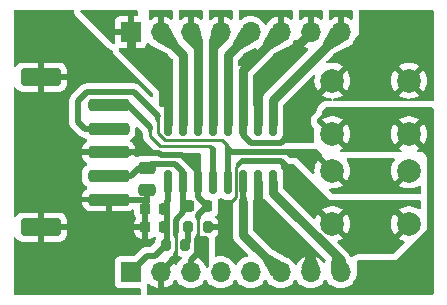
<source format=gbr>
%TF.GenerationSoftware,KiCad,Pcbnew,7.0.9-rc2*%
%TF.CreationDate,2024-02-17T00:19:54-08:00*%
%TF.ProjectId,ch552g_bob,63683535-3267-45f6-926f-622e6b696361,rev?*%
%TF.SameCoordinates,PX791ddc0PY5563218*%
%TF.FileFunction,Copper,L2,Bot*%
%TF.FilePolarity,Positive*%
%FSLAX46Y46*%
G04 Gerber Fmt 4.6, Leading zero omitted, Abs format (unit mm)*
G04 Created by KiCad (PCBNEW 7.0.9-rc2) date 2024-02-17 00:19:54*
%MOMM*%
%LPD*%
G01*
G04 APERTURE LIST*
G04 Aperture macros list*
%AMRoundRect*
0 Rectangle with rounded corners*
0 $1 Rounding radius*
0 $2 $3 $4 $5 $6 $7 $8 $9 X,Y pos of 4 corners*
0 Add a 4 corners polygon primitive as box body*
4,1,4,$2,$3,$4,$5,$6,$7,$8,$9,$2,$3,0*
0 Add four circle primitives for the rounded corners*
1,1,$1+$1,$2,$3*
1,1,$1+$1,$4,$5*
1,1,$1+$1,$6,$7*
1,1,$1+$1,$8,$9*
0 Add four rect primitives between the rounded corners*
20,1,$1+$1,$2,$3,$4,$5,0*
20,1,$1+$1,$4,$5,$6,$7,0*
20,1,$1+$1,$6,$7,$8,$9,0*
20,1,$1+$1,$8,$9,$2,$3,0*%
G04 Aperture macros list end*
%TA.AperFunction,ComponentPad*%
%ADD10R,1.700000X1.700000*%
%TD*%
%TA.AperFunction,ComponentPad*%
%ADD11O,1.700000X1.700000*%
%TD*%
%TA.AperFunction,ComponentPad*%
%ADD12C,2.000000*%
%TD*%
%TA.AperFunction,SMDPad,CuDef*%
%ADD13RoundRect,0.200000X0.200000X0.275000X-0.200000X0.275000X-0.200000X-0.275000X0.200000X-0.275000X0*%
%TD*%
%TA.AperFunction,SMDPad,CuDef*%
%ADD14RoundRect,0.225000X-0.225000X-0.250000X0.225000X-0.250000X0.225000X0.250000X-0.225000X0.250000X0*%
%TD*%
%TA.AperFunction,SMDPad,CuDef*%
%ADD15RoundRect,0.150000X-0.150000X0.825000X-0.150000X-0.825000X0.150000X-0.825000X0.150000X0.825000X0*%
%TD*%
%TA.AperFunction,SMDPad,CuDef*%
%ADD16RoundRect,0.225000X0.225000X0.250000X-0.225000X0.250000X-0.225000X-0.250000X0.225000X-0.250000X0*%
%TD*%
%TA.AperFunction,SMDPad,CuDef*%
%ADD17RoundRect,0.250000X-0.475000X0.250000X-0.475000X-0.250000X0.475000X-0.250000X0.475000X0.250000X0*%
%TD*%
%TA.AperFunction,SMDPad,CuDef*%
%ADD18RoundRect,0.250000X1.500000X-0.250000X1.500000X0.250000X-1.500000X0.250000X-1.500000X-0.250000X0*%
%TD*%
%TA.AperFunction,SMDPad,CuDef*%
%ADD19RoundRect,0.250001X1.449999X-0.499999X1.449999X0.499999X-1.449999X0.499999X-1.449999X-0.499999X0*%
%TD*%
%TA.AperFunction,Conductor*%
%ADD20C,0.500000*%
%TD*%
%TA.AperFunction,Conductor*%
%ADD21C,0.250000*%
%TD*%
%TA.AperFunction,Conductor*%
%ADD22C,0.750000*%
%TD*%
G04 APERTURE END LIST*
D10*
%TO.P,J4,1,Pin_1*%
%TO.N,+3V3*%
X9907000Y-22224000D03*
D11*
%TO.P,J4,2,Pin_2*%
%TO.N,+5V*%
X12447000Y-22224000D03*
%TO.P,J4,3,Pin_3*%
%TO.N,GND*%
X14987000Y-22224000D03*
%TO.P,J4,4,Pin_4*%
%TO.N,unconnected-(J4-Pin_4-Pad4)*%
X17527000Y-22224000D03*
%TO.P,J4,5,Pin_5*%
%TO.N,unconnected-(J4-Pin_5-Pad5)*%
X20067000Y-22224000D03*
%TO.P,J4,6,Pin_6*%
%TO.N,Net-(J4-Pin_6)*%
X22607000Y-22224000D03*
%TO.P,J4,7,Pin_7*%
%TO.N,Net-(J4-Pin_7)*%
X25147000Y-22224000D03*
%TO.P,J4,8,Pin_8*%
%TO.N,Net-(J4-Pin_8)*%
X27687000Y-22224000D03*
%TD*%
D10*
%TO.P,J3,1,Pin_1*%
%TO.N,Net-(J3-Pin_1)*%
X9907000Y-1904000D03*
D11*
%TO.P,J3,2,Pin_2*%
%TO.N,Net-(J3-Pin_2)*%
X12447000Y-1904000D03*
%TO.P,J3,3,Pin_3*%
%TO.N,Net-(J3-Pin_3)*%
X14987000Y-1904000D03*
%TO.P,J3,4,Pin_4*%
%TO.N,Net-(J3-Pin_4)*%
X17527000Y-1904000D03*
%TO.P,J3,5,Pin_5*%
%TO.N,Net-(J3-Pin_5)*%
X20067000Y-1904000D03*
%TO.P,J3,6,Pin_6*%
%TO.N,/RST*%
X22607000Y-1904000D03*
%TO.P,J3,7,Pin_7*%
%TO.N,Net-(J3-Pin_7)*%
X25147000Y-1904000D03*
%TO.P,J3,8,Pin_8*%
%TO.N,Net-(J3-Pin_8)*%
X27687000Y-1904000D03*
%TD*%
D12*
%TO.P,SW1,1,1*%
%TO.N,/RST*%
X33477000Y-6004000D03*
X26977000Y-6004000D03*
%TO.P,SW1,2,2*%
%TO.N,+5V*%
X33477000Y-10504000D03*
X26977000Y-10504000D03*
%TD*%
%TO.P,SW2,1,1*%
%TO.N,/USB_DP*%
X33477000Y-13624000D03*
X26977000Y-13624000D03*
%TO.P,SW2,2,2*%
%TO.N,Net-(R1-Pad1)*%
X33477000Y-18124000D03*
X26977000Y-18124000D03*
%TD*%
D13*
%TO.P,R1,1*%
%TO.N,Net-(R1-Pad1)*%
X16447000Y-18414000D03*
%TO.P,R1,2*%
%TO.N,Net-(R1-Pad2)*%
X14797000Y-18414000D03*
%TD*%
D14*
%TO.P,C3,1*%
%TO.N,+5V*%
X14834000Y-16636000D03*
%TO.P,C3,2*%
%TO.N,GND*%
X16384000Y-16636000D03*
%TD*%
D15*
%TO.P,U1,1,Pin_1*%
%TO.N,Net-(J3-Pin_1)*%
X13082000Y-9654000D03*
%TO.P,U1,2,Pin_2*%
%TO.N,Net-(J3-Pin_2)*%
X14352000Y-9654000D03*
%TO.P,U1,3,Pin_3*%
%TO.N,Net-(J3-Pin_3)*%
X15622000Y-9654000D03*
%TO.P,U1,4,Pin_4*%
%TO.N,Net-(J3-Pin_4)*%
X16892000Y-9654000D03*
%TO.P,U1,5,Pin_5*%
%TO.N,Net-(J3-Pin_5)*%
X18162000Y-9654000D03*
%TO.P,U1,6,Pin_6*%
%TO.N,/RST*%
X19432000Y-9654000D03*
%TO.P,U1,7,Pin_7*%
%TO.N,Net-(J3-Pin_7)*%
X20702000Y-9654000D03*
%TO.P,U1,8,Pin_8*%
%TO.N,Net-(J3-Pin_8)*%
X21972000Y-9654000D03*
%TO.P,U1,9,Pin_9*%
%TO.N,Net-(J4-Pin_8)*%
X21972000Y-14604000D03*
%TO.P,U1,10,Pin_10*%
%TO.N,Net-(J4-Pin_7)*%
X20702000Y-14604000D03*
%TO.P,U1,11,Pin_11*%
%TO.N,Net-(J4-Pin_6)*%
X19432000Y-14604000D03*
%TO.P,U1,12,Pin_12*%
%TO.N,/USB_DP*%
X18162000Y-14604000D03*
%TO.P,U1,13,Pin_13*%
%TO.N,/USB_DN*%
X16892000Y-14604000D03*
%TO.P,U1,14,Pin_14*%
%TO.N,GND*%
X15622000Y-14604000D03*
%TO.P,U1,15,Pin_15*%
%TO.N,+5V*%
X14352000Y-14604000D03*
%TO.P,U1,16,Pin_16*%
%TO.N,+3V3*%
X13082000Y-14604000D03*
%TD*%
D16*
%TO.P,C2,1*%
%TO.N,+3V3*%
X12713000Y-16891000D03*
%TO.P,C2,2*%
%TO.N,GND*%
X11163000Y-16891000D03*
%TD*%
%TO.P,C1,1*%
%TO.N,+3V3*%
X12713000Y-18415000D03*
%TO.P,C1,2*%
%TO.N,GND*%
X11163000Y-18415000D03*
%TD*%
D13*
%TO.P,R2,1*%
%TO.N,Net-(R1-Pad2)*%
X14541000Y-19939000D03*
%TO.P,R2,2*%
%TO.N,+3V3*%
X12891000Y-19939000D03*
%TD*%
D17*
%TO.P,C4,1*%
%TO.N,+5V*%
X11303000Y-13401000D03*
%TO.P,C4,2*%
%TO.N,GND*%
X11303000Y-15301000D03*
%TD*%
D18*
%TO.P,J2,1,Pin_1*%
%TO.N,GND*%
X8057000Y-16065000D03*
%TO.P,J2,2,Pin_2*%
%TO.N,+5V*%
X8057000Y-14065000D03*
%TO.P,J2,3,Pin_3*%
%TO.N,GND*%
X8057000Y-12065000D03*
%TO.P,J2,4,Pin_4*%
%TO.N,/USB_DP*%
X8057000Y-10065000D03*
%TO.P,J2,5,Pin_5*%
%TO.N,/USB_DN*%
X8057000Y-8065000D03*
D19*
%TO.P,J2,MP,MountPin*%
%TO.N,GND*%
X2307000Y-18415000D03*
X2307000Y-5715000D03*
%TD*%
D20*
%TO.N,+3V3*%
X11303000Y-20828000D02*
X9907000Y-22224000D01*
X11938000Y-20828000D02*
X11303000Y-20828000D01*
X12955000Y-16255000D02*
X12955000Y-17751000D01*
X13082000Y-14604000D02*
X13082000Y-16128000D01*
D21*
X12955000Y-17751000D02*
X12927000Y-17779000D01*
D20*
X13082000Y-16128000D02*
X12955000Y-16255000D01*
X12955000Y-19811000D02*
X11938000Y-20828000D01*
D21*
X12927000Y-17779000D02*
X12955000Y-17807000D01*
D20*
X12955000Y-17807000D02*
X12955000Y-19811000D01*
%TO.N,GND*%
X10195998Y-12064000D02*
X8439000Y-12064000D01*
X15622000Y-14604000D02*
X15622000Y-13629001D01*
D21*
X15621000Y-17399000D02*
X15621000Y-19431000D01*
D20*
X16384000Y-16636000D02*
X15621000Y-17399000D01*
X15621000Y-19431000D02*
X15621000Y-20574000D01*
X8057000Y-16065000D02*
X11112000Y-16065000D01*
X14271999Y-12279000D02*
X12447000Y-12279000D01*
X15622000Y-13629001D02*
X14271999Y-12279000D01*
X12447000Y-12279000D02*
X12322001Y-12154001D01*
X16384000Y-16636000D02*
X15622000Y-15874000D01*
X10285999Y-12154001D02*
X10195998Y-12064000D01*
D22*
X6985000Y-12065000D02*
X9564000Y-12065000D01*
D20*
X14987000Y-21208000D02*
X14987000Y-22224000D01*
X15622000Y-15874000D02*
X15622000Y-14604000D01*
D21*
X6985000Y-12065000D02*
X4445000Y-12065000D01*
D20*
X12322001Y-12154001D02*
X10285999Y-12154001D01*
X11163000Y-16891000D02*
X11163000Y-16396000D01*
X11303000Y-16256000D02*
X11303000Y-15301000D01*
X15621000Y-20574000D02*
X15522000Y-20673000D01*
X11163000Y-16396000D02*
X11303000Y-16256000D01*
X11112000Y-16065000D02*
X11303000Y-16256000D01*
X15522000Y-20673000D02*
X14987000Y-21208000D01*
D21*
%TO.N,+5V*%
X13716000Y-20953000D02*
X13716000Y-18797000D01*
D20*
X14352000Y-17145000D02*
X13717000Y-17780000D01*
D21*
X12447000Y-22224000D02*
X12447000Y-24004000D01*
D20*
X9938000Y-14065000D02*
X8057000Y-14065000D01*
X10602000Y-13401000D02*
X9938000Y-14065000D01*
D21*
X13716000Y-18797000D02*
X13717000Y-18796000D01*
D20*
X11637000Y-13067000D02*
X11303000Y-13401000D01*
X14352000Y-13715000D02*
X13704000Y-13067000D01*
X6985000Y-14065000D02*
X9303000Y-14065000D01*
X33493000Y-10504000D02*
X35116500Y-12127500D01*
X13704000Y-13067000D02*
X11637000Y-13067000D01*
D21*
X35116500Y-18604500D02*
X35116500Y-12127500D01*
X29717000Y-24004000D02*
X35116500Y-18604500D01*
X13717000Y-20954000D02*
X13716000Y-20953000D01*
X14352000Y-14604000D02*
X14352000Y-13715000D01*
D20*
X13717000Y-17780000D02*
X13717000Y-18796000D01*
X13717000Y-20954000D02*
X12447000Y-22224000D01*
D21*
X33477000Y-10504000D02*
X33493000Y-10504000D01*
X12447000Y-24004000D02*
X29717000Y-24004000D01*
D20*
X14352000Y-14604000D02*
X14352000Y-17145000D01*
X11303000Y-13401000D02*
X10602000Y-13401000D01*
D22*
%TO.N,Net-(J3-Pin_8)*%
X21972000Y-7619000D02*
X27687000Y-1904000D01*
X21972000Y-9654000D02*
X21972000Y-7619000D01*
%TO.N,Net-(J3-Pin_7)*%
X20702000Y-9654000D02*
X20702000Y-6349000D01*
X20702000Y-6349000D02*
X25147000Y-1904000D01*
%TO.N,Net-(J3-Pin_5)*%
X20067000Y-1904000D02*
X18162000Y-3809000D01*
X18162000Y-3809000D02*
X18162000Y-9654000D01*
D21*
X18162000Y-10413000D02*
X18162000Y-9654000D01*
D22*
%TO.N,Net-(J3-Pin_4)*%
X16892000Y-9654000D02*
X16892000Y-2539000D01*
X16892000Y-2539000D02*
X17527000Y-1904000D01*
%TO.N,/RST*%
X19432000Y-9654000D02*
X19432000Y-5079000D01*
D20*
X19432000Y-9654000D02*
X19432000Y-10605000D01*
X25401000Y-8508000D02*
X25401000Y-7580000D01*
X19432000Y-10605000D02*
X20129000Y-11302000D01*
D22*
X19432000Y-5079000D02*
X22607000Y-1904000D01*
D20*
X22607000Y-11302000D02*
X25401000Y-8508000D01*
X25401000Y-7580000D02*
X26977000Y-6004000D01*
X20129000Y-11302000D02*
X22607000Y-11302000D01*
D22*
%TO.N,Net-(J3-Pin_3)*%
X15622000Y-9654000D02*
X15622000Y-2539000D01*
X15622000Y-2539000D02*
X14987000Y-1904000D01*
%TO.N,Net-(J3-Pin_2)*%
X14352000Y-9654000D02*
X14352000Y-3809000D01*
X14352000Y-3809000D02*
X12447000Y-1904000D01*
%TO.N,Net-(J3-Pin_1)*%
X13082000Y-9654000D02*
X13082000Y-6349000D01*
X10415000Y-3682000D02*
X10161000Y-3682000D01*
X10161000Y-3682000D02*
X9907000Y-3428000D01*
X9907000Y-3428000D02*
X9907000Y-1904000D01*
X13082000Y-6349000D02*
X10415000Y-3682000D01*
%TO.N,Net-(J4-Pin_8)*%
X21972000Y-15493000D02*
X21972000Y-14604000D01*
X27687000Y-22224000D02*
X27687000Y-21208000D01*
X27687000Y-21208000D02*
X21972000Y-15493000D01*
%TO.N,Net-(J4-Pin_7)*%
X25147000Y-22224000D02*
X25147000Y-20700000D01*
X25147000Y-20700000D02*
X20702000Y-16255000D01*
X20702000Y-16255000D02*
X20702000Y-14604000D01*
%TO.N,Net-(J4-Pin_6)*%
X19432000Y-19049000D02*
X19432000Y-16382000D01*
D20*
X19432000Y-16382000D02*
X19432000Y-14604000D01*
D22*
X22607000Y-22224000D02*
X19432000Y-19049000D01*
D21*
%TO.N,/USB_DP*%
X32115000Y-14986000D02*
X32004000Y-14986000D01*
D20*
X18162000Y-13334000D02*
X18162000Y-12064000D01*
X6045000Y-10065000D02*
X7795000Y-10065000D01*
D21*
X12825092Y-11048000D02*
X12193000Y-10415908D01*
D20*
X12193000Y-9016000D02*
X10161000Y-6984000D01*
X10160000Y-6985000D02*
X6223000Y-6985000D01*
D21*
X25417000Y-12064000D02*
X26977000Y-13624000D01*
D20*
X5461000Y-7747000D02*
X5461000Y-9481000D01*
X18162000Y-14604000D02*
X18162000Y-13334000D01*
X5461000Y-9481000D02*
X6045000Y-10065000D01*
D21*
X12193000Y-10415908D02*
X12193000Y-9016000D01*
X17654000Y-11048000D02*
X12825092Y-11048000D01*
X33477000Y-13624000D02*
X32115000Y-14986000D01*
D20*
X18162000Y-12064000D02*
X25417000Y-12064000D01*
X10161000Y-6984000D02*
X10160000Y-6985000D01*
X6223000Y-6985000D02*
X5461000Y-7747000D01*
D21*
X18162000Y-13334000D02*
X18162000Y-11556000D01*
X18162000Y-11556000D02*
X17654000Y-11048000D01*
D20*
%TO.N,/USB_DN*%
X11558000Y-9905000D02*
X9717000Y-8064000D01*
D21*
X11558000Y-10668396D02*
X11558000Y-9905000D01*
X9335000Y-8065000D02*
X6985000Y-8065000D01*
X12403604Y-11514000D02*
X11558000Y-10668396D01*
D20*
X16892000Y-14604000D02*
X16892000Y-11810000D01*
D21*
X16596000Y-11514000D02*
X12403604Y-11514000D01*
X16892000Y-11810000D02*
X16596000Y-11514000D01*
D20*
%TO.N,Net-(R1-Pad1)*%
X26557000Y-17704000D02*
X26977000Y-17704000D01*
D21*
X18797000Y-13334000D02*
X19305000Y-12826000D01*
X16447000Y-18414000D02*
X17527000Y-18414000D01*
X18797000Y-15874000D02*
X18797000Y-13334000D01*
X17622000Y-17049000D02*
X18797000Y-15874000D01*
X17622000Y-18319000D02*
X17622000Y-17049000D01*
D20*
X19305000Y-12826000D02*
X22607000Y-12826000D01*
X22607000Y-12826000D02*
X23115000Y-13334000D01*
X23115000Y-13334000D02*
X23115000Y-14262000D01*
D21*
X17527000Y-18414000D02*
X17622000Y-18319000D01*
X26977000Y-17704000D02*
X26977000Y-18124000D01*
D20*
X23115000Y-14262000D02*
X26557000Y-17704000D01*
%TO.N,Net-(R1-Pad2)*%
X14491000Y-19926000D02*
X14797000Y-19620000D01*
X14797000Y-19620000D02*
X14797000Y-18414000D01*
X14491000Y-19939000D02*
X14491000Y-19926000D01*
%TD*%
%TA.AperFunction,Conductor*%
%TO.N,/RST*%
G36*
X19793225Y-9653963D02*
G01*
X19801489Y-9657412D01*
X19804894Y-9665694D01*
X19804735Y-9667586D01*
X19683630Y-10394223D01*
X19678890Y-10401821D01*
X19672089Y-10404000D01*
X19191911Y-10404000D01*
X19183638Y-10400573D01*
X19180370Y-10394223D01*
X19059264Y-9667586D01*
X19061284Y-9658863D01*
X19068882Y-9654122D01*
X19070770Y-9653963D01*
X19432000Y-9653000D01*
X19793225Y-9653963D01*
G37*
%TD.AperFunction*%
%TD*%
%TA.AperFunction,Conductor*%
%TO.N,GND*%
G36*
X15842591Y-17490745D02*
G01*
X15848900Y-17497101D01*
X15849392Y-17504504D01*
X15748289Y-17890266D01*
X15742876Y-17897400D01*
X15736971Y-17899000D01*
X15505029Y-17899000D01*
X15496756Y-17895573D01*
X15493711Y-17890266D01*
X15392607Y-17504504D01*
X15393825Y-17495633D01*
X15399406Y-17490746D01*
X15616484Y-17399889D01*
X15625437Y-17399857D01*
X15842591Y-17490745D01*
G37*
%TD.AperFunction*%
%TD*%
%TA.AperFunction,Conductor*%
%TO.N,GND*%
G36*
X5078900Y-20185D02*
G01*
X5124655Y-72989D01*
X5135545Y-115654D01*
X5145748Y-258310D01*
X5196030Y-393119D01*
X5229515Y-454442D01*
X5315739Y-569623D01*
X5315743Y-569627D01*
X5315748Y-569633D01*
X5805616Y-1059500D01*
X7405615Y-2659500D01*
X7994244Y-3248130D01*
X8005515Y-3258624D01*
X8007317Y-3260302D01*
X8020765Y-3272383D01*
X8141805Y-3350170D01*
X8141810Y-3350172D01*
X8141815Y-3350175D01*
X8161195Y-3359025D01*
X8205361Y-3379195D01*
X8205364Y-3379197D01*
X8311111Y-3410245D01*
X8369888Y-3448018D01*
X8395273Y-3503601D01*
X8397364Y-3503147D01*
X8399248Y-3511810D01*
X8449530Y-3646619D01*
X8483015Y-3707942D01*
X8569239Y-3823123D01*
X8569243Y-3823127D01*
X8569248Y-3823133D01*
X11777181Y-7031065D01*
X11810666Y-7092388D01*
X11813500Y-7118746D01*
X11813500Y-7275770D01*
X11793815Y-7342809D01*
X11741011Y-7388564D01*
X11671853Y-7398508D01*
X11608297Y-7369483D01*
X11601819Y-7363451D01*
X10729903Y-6491535D01*
X10718119Y-6477900D01*
X10709610Y-6466470D01*
X10698677Y-6457296D01*
X10685756Y-6444745D01*
X10663327Y-6419542D01*
X10663324Y-6419539D01*
X10630798Y-6396765D01*
X10610815Y-6382772D01*
X10607933Y-6380626D01*
X10597053Y-6372023D01*
X10575214Y-6353698D01*
X10575207Y-6353692D01*
X10569517Y-6349950D01*
X10565133Y-6346784D01*
X10557673Y-6340886D01*
X10547507Y-6336145D01*
X10528800Y-6325344D01*
X10519613Y-6318911D01*
X10460065Y-6295255D01*
X10456757Y-6293828D01*
X10446216Y-6288913D01*
X10418429Y-6274958D01*
X10411237Y-6272341D01*
X10406236Y-6270269D01*
X10398676Y-6266743D01*
X10391222Y-6265204D01*
X10387681Y-6264473D01*
X10366986Y-6258277D01*
X10356565Y-6254137D01*
X10293174Y-6244851D01*
X10289627Y-6244226D01*
X10282916Y-6242841D01*
X10247718Y-6234499D01*
X10238416Y-6233412D01*
X10233090Y-6232553D01*
X10226856Y-6231266D01*
X10226854Y-6231266D01*
X10215634Y-6231592D01*
X10194068Y-6230335D01*
X10182980Y-6228711D01*
X10182972Y-6228710D01*
X10126443Y-6233656D01*
X10119499Y-6234264D01*
X10114098Y-6234500D01*
X6286705Y-6234500D01*
X6268735Y-6233191D01*
X6244972Y-6229710D01*
X6199533Y-6233686D01*
X6192931Y-6234264D01*
X6187530Y-6234500D01*
X6179289Y-6234500D01*
X6157579Y-6237037D01*
X6146724Y-6238306D01*
X6131419Y-6239645D01*
X6070199Y-6245001D01*
X6063132Y-6246460D01*
X6063120Y-6246404D01*
X6055763Y-6248035D01*
X6055777Y-6248092D01*
X6048743Y-6249759D01*
X5976575Y-6276025D01*
X5903675Y-6300181D01*
X5897126Y-6303236D01*
X5897101Y-6303183D01*
X5890308Y-6306471D01*
X5890334Y-6306523D01*
X5883880Y-6309764D01*
X5819708Y-6351971D01*
X5754347Y-6392285D01*
X5748683Y-6396765D01*
X5748647Y-6396719D01*
X5742798Y-6401484D01*
X5742835Y-6401528D01*
X5737310Y-6406164D01*
X5684598Y-6462034D01*
X4975358Y-7171272D01*
X4961729Y-7183051D01*
X4942468Y-7197390D01*
X4908898Y-7237397D01*
X4905253Y-7241376D01*
X4899409Y-7247222D01*
X4879059Y-7272959D01*
X4829695Y-7331789D01*
X4825729Y-7337819D01*
X4825682Y-7337788D01*
X4821630Y-7344147D01*
X4821679Y-7344177D01*
X4817889Y-7350321D01*
X4785424Y-7419941D01*
X4750960Y-7488566D01*
X4748488Y-7495357D01*
X4748432Y-7495336D01*
X4745960Y-7502450D01*
X4746015Y-7502469D01*
X4743742Y-7509327D01*
X4735975Y-7546946D01*
X4728207Y-7584565D01*
X4715001Y-7640284D01*
X4710498Y-7659286D01*
X4709661Y-7666454D01*
X4709601Y-7666447D01*
X4708835Y-7673945D01*
X4708895Y-7673951D01*
X4708265Y-7681140D01*
X4710500Y-7757916D01*
X4710500Y-9417294D01*
X4709191Y-9435263D01*
X4705710Y-9459025D01*
X4710264Y-9511064D01*
X4710500Y-9516470D01*
X4710500Y-9524709D01*
X4714306Y-9557274D01*
X4721000Y-9633791D01*
X4722461Y-9640867D01*
X4722403Y-9640878D01*
X4724034Y-9648237D01*
X4724092Y-9648224D01*
X4725757Y-9655250D01*
X4752025Y-9727424D01*
X4776185Y-9800331D01*
X4779236Y-9806874D01*
X4779182Y-9806898D01*
X4782470Y-9813688D01*
X4782521Y-9813663D01*
X4785761Y-9820113D01*
X4785762Y-9820114D01*
X4785763Y-9820117D01*
X4789685Y-9826080D01*
X4827965Y-9884283D01*
X4868287Y-9949655D01*
X4872766Y-9955319D01*
X4872719Y-9955356D01*
X4877482Y-9961202D01*
X4877528Y-9961164D01*
X4882173Y-9966700D01*
X4938017Y-10019385D01*
X5469270Y-10550638D01*
X5481051Y-10564270D01*
X5495388Y-10583528D01*
X5535409Y-10617111D01*
X5539397Y-10620766D01*
X5545216Y-10626585D01*
X5545220Y-10626588D01*
X5545223Y-10626591D01*
X5570959Y-10646940D01*
X5629786Y-10696302D01*
X5629787Y-10696302D01*
X5629789Y-10696304D01*
X5635818Y-10700270D01*
X5635785Y-10700319D01*
X5642147Y-10704372D01*
X5642179Y-10704321D01*
X5648319Y-10708108D01*
X5648323Y-10708111D01*
X5683132Y-10724343D01*
X5717941Y-10740575D01*
X5743068Y-10753194D01*
X5786567Y-10775040D01*
X5786569Y-10775040D01*
X5793357Y-10777511D01*
X5793336Y-10777567D01*
X5800455Y-10780042D01*
X5800474Y-10779986D01*
X5807329Y-10782258D01*
X5882562Y-10797791D01*
X5957273Y-10815499D01*
X5957276Y-10815499D01*
X5957279Y-10815500D01*
X5957282Y-10815500D01*
X5958462Y-10815638D01*
X5959221Y-10815960D01*
X5964306Y-10817166D01*
X5964100Y-10818034D01*
X6022763Y-10842970D01*
X6031751Y-10851119D01*
X6088344Y-10907712D01*
X6172718Y-10959754D01*
X6219443Y-11011702D01*
X6230666Y-11080664D01*
X6202822Y-11144747D01*
X6172720Y-11170831D01*
X6088656Y-11222682D01*
X5964684Y-11346654D01*
X5872643Y-11495875D01*
X5872641Y-11495880D01*
X5817494Y-11662302D01*
X5817493Y-11662309D01*
X5807000Y-11765013D01*
X5807000Y-11815000D01*
X10306999Y-11815000D01*
X10306999Y-11765028D01*
X10306998Y-11765013D01*
X10296505Y-11662302D01*
X10241358Y-11495880D01*
X10241356Y-11495875D01*
X10149315Y-11346654D01*
X10025344Y-11222683D01*
X10025340Y-11222680D01*
X9941280Y-11170831D01*
X9894555Y-11118883D01*
X9883334Y-11049921D01*
X9911177Y-10985839D01*
X9941278Y-10959756D01*
X10025656Y-10907712D01*
X10149712Y-10783656D01*
X10241814Y-10634334D01*
X10296999Y-10467797D01*
X10307500Y-10365009D01*
X10307499Y-10015227D01*
X10327183Y-9948190D01*
X10379987Y-9902435D01*
X10449146Y-9892491D01*
X10512701Y-9921516D01*
X10519180Y-9927548D01*
X10856054Y-10264421D01*
X10888322Y-10320664D01*
X10915013Y-10422500D01*
X10928337Y-10473340D01*
X10928449Y-10473765D01*
X10932500Y-10505203D01*
X10932500Y-10585651D01*
X10930775Y-10601268D01*
X10931061Y-10601295D01*
X10930326Y-10609061D01*
X10932500Y-10678210D01*
X10932500Y-10707739D01*
X10932501Y-10707756D01*
X10933368Y-10714627D01*
X10933826Y-10720446D01*
X10935290Y-10767020D01*
X10935291Y-10767023D01*
X10940880Y-10786263D01*
X10944824Y-10805307D01*
X10947336Y-10825188D01*
X10954376Y-10842970D01*
X10964490Y-10868515D01*
X10966382Y-10874043D01*
X10979381Y-10918784D01*
X10989580Y-10936030D01*
X10998136Y-10953496D01*
X11005514Y-10972128D01*
X11032898Y-11009819D01*
X11036106Y-11014703D01*
X11059827Y-11054812D01*
X11059833Y-11054820D01*
X11073990Y-11068976D01*
X11086627Y-11083771D01*
X11098406Y-11099983D01*
X11121252Y-11118883D01*
X11134309Y-11129684D01*
X11138620Y-11133606D01*
X11577450Y-11572436D01*
X11902798Y-11897784D01*
X11912623Y-11910048D01*
X11912844Y-11909866D01*
X11917814Y-11915873D01*
X11917817Y-11915876D01*
X11917818Y-11915877D01*
X11968255Y-11963241D01*
X11989134Y-11984120D01*
X11994608Y-11988366D01*
X11999046Y-11992156D01*
X12033022Y-12024062D01*
X12033026Y-12024064D01*
X12050577Y-12033713D01*
X12066835Y-12044392D01*
X12082668Y-12056674D01*
X12105344Y-12066486D01*
X12125442Y-12075183D01*
X12130677Y-12077747D01*
X12141760Y-12083840D01*
X12191022Y-12133388D01*
X12205677Y-12201703D01*
X12181071Y-12267097D01*
X12125017Y-12308806D01*
X12082019Y-12316500D01*
X11700705Y-12316500D01*
X11682735Y-12315191D01*
X11658972Y-12311710D01*
X11613890Y-12315655D01*
X11606933Y-12316264D01*
X11601532Y-12316500D01*
X11593288Y-12316500D01*
X11560707Y-12320308D01*
X11484199Y-12327001D01*
X11477133Y-12328461D01*
X11477121Y-12328404D01*
X11469754Y-12330038D01*
X11469768Y-12330094D01*
X11462751Y-12331756D01*
X11390573Y-12358026D01*
X11317662Y-12382187D01*
X11311119Y-12385238D01*
X11311094Y-12385185D01*
X11296381Y-12392309D01*
X11294448Y-12393013D01*
X11252014Y-12400500D01*
X10777998Y-12400500D01*
X10777980Y-12400501D01*
X10675203Y-12411000D01*
X10675200Y-12411001D01*
X10508668Y-12466185D01*
X10508663Y-12466188D01*
X10496080Y-12473949D01*
X10428687Y-12492387D01*
X10362024Y-12471462D01*
X10317256Y-12417819D01*
X10308255Y-12368136D01*
X10307000Y-12368136D01*
X10307000Y-12315000D01*
X5807001Y-12315000D01*
X5807001Y-12364986D01*
X5817494Y-12467697D01*
X5872641Y-12634119D01*
X5872643Y-12634124D01*
X5964684Y-12783345D01*
X6088654Y-12907315D01*
X6172719Y-12959167D01*
X6219443Y-13011115D01*
X6230666Y-13080078D01*
X6202822Y-13144160D01*
X6172719Y-13170244D01*
X6088347Y-13222285D01*
X6088343Y-13222288D01*
X5964289Y-13346342D01*
X5872187Y-13495663D01*
X5872186Y-13495666D01*
X5817001Y-13662203D01*
X5817001Y-13662204D01*
X5817000Y-13662204D01*
X5806500Y-13764983D01*
X5806500Y-14365001D01*
X5806501Y-14365019D01*
X5817000Y-14467796D01*
X5817001Y-14467799D01*
X5872185Y-14634331D01*
X5872187Y-14634336D01*
X5964289Y-14783657D01*
X6088344Y-14907712D01*
X6172718Y-14959754D01*
X6219443Y-15011702D01*
X6230666Y-15080664D01*
X6202822Y-15144747D01*
X6172720Y-15170831D01*
X6088656Y-15222682D01*
X5964684Y-15346654D01*
X5872643Y-15495875D01*
X5872641Y-15495880D01*
X5817494Y-15662302D01*
X5817493Y-15662309D01*
X5807000Y-15765013D01*
X5807000Y-15815000D01*
X8183000Y-15815000D01*
X8250039Y-15834685D01*
X8295794Y-15887489D01*
X8307000Y-15939000D01*
X8307000Y-17064999D01*
X9606972Y-17064999D01*
X9606986Y-17064998D01*
X9709697Y-17054505D01*
X9876119Y-16999358D01*
X9876130Y-16999353D01*
X10023903Y-16908205D01*
X10091295Y-16889764D01*
X10157958Y-16910686D01*
X10202728Y-16964328D01*
X10213000Y-17013742D01*
X10213000Y-17189306D01*
X10213001Y-17189323D01*
X10223144Y-17288607D01*
X10276452Y-17449481D01*
X10276457Y-17449492D01*
X10361831Y-17587903D01*
X10380272Y-17655295D01*
X10361831Y-17718097D01*
X10276457Y-17856507D01*
X10276452Y-17856518D01*
X10223144Y-18017393D01*
X10213000Y-18116677D01*
X10213000Y-18165000D01*
X10913000Y-18165000D01*
X10913000Y-16000000D01*
X10932685Y-15932961D01*
X10985489Y-15887206D01*
X11037000Y-15876000D01*
X11053000Y-15876000D01*
X11053000Y-15175000D01*
X11072685Y-15107961D01*
X11125489Y-15062206D01*
X11177000Y-15051000D01*
X11429000Y-15051000D01*
X11496039Y-15070685D01*
X11541794Y-15123489D01*
X11553000Y-15175000D01*
X11553000Y-16217000D01*
X11533315Y-16284039D01*
X11480511Y-16329794D01*
X11429000Y-16341000D01*
X11413000Y-16341000D01*
X11413000Y-19389999D01*
X11436308Y-19389999D01*
X11436322Y-19389998D01*
X11535607Y-19379855D01*
X11696481Y-19326547D01*
X11696492Y-19326542D01*
X11840731Y-19237573D01*
X11849959Y-19228345D01*
X11911279Y-19194856D01*
X11980971Y-19199835D01*
X12025327Y-19228339D01*
X12025493Y-19228505D01*
X12058978Y-19289828D01*
X12053994Y-19359520D01*
X12050203Y-19367373D01*
X12050601Y-19367552D01*
X12047524Y-19374388D01*
X11996913Y-19536807D01*
X11990500Y-19607386D01*
X11990500Y-19662770D01*
X11970815Y-19729809D01*
X11954181Y-19750451D01*
X11663451Y-20041181D01*
X11602128Y-20074666D01*
X11575770Y-20077500D01*
X11366705Y-20077500D01*
X11348735Y-20076191D01*
X11324972Y-20072710D01*
X11279890Y-20076655D01*
X11272933Y-20077264D01*
X11267532Y-20077500D01*
X11259287Y-20077500D01*
X11233222Y-20080546D01*
X11226705Y-20081308D01*
X11221403Y-20081771D01*
X11150201Y-20088001D01*
X11143134Y-20089461D01*
X11143122Y-20089404D01*
X11135753Y-20091038D01*
X11135767Y-20091095D01*
X11128739Y-20092760D01*
X11073536Y-20112852D01*
X11056563Y-20119030D01*
X10983666Y-20143186D01*
X10983664Y-20143186D01*
X10983661Y-20143188D01*
X10977122Y-20146237D01*
X10977097Y-20146185D01*
X10970308Y-20149471D01*
X10970334Y-20149522D01*
X10963884Y-20152761D01*
X10899716Y-20194964D01*
X10834347Y-20235285D01*
X10828677Y-20239769D01*
X10828641Y-20239723D01*
X10822798Y-20244484D01*
X10822835Y-20244528D01*
X10817310Y-20249164D01*
X10817304Y-20249169D01*
X10817304Y-20249170D01*
X10764614Y-20305017D01*
X10232449Y-20837181D01*
X10171126Y-20870666D01*
X10144768Y-20873500D01*
X9009129Y-20873500D01*
X9009123Y-20873501D01*
X8949516Y-20879908D01*
X8814671Y-20930202D01*
X8814664Y-20930206D01*
X8699455Y-21016452D01*
X8699452Y-21016455D01*
X8613206Y-21131664D01*
X8613202Y-21131671D01*
X8562908Y-21266517D01*
X8556501Y-21326116D01*
X8556500Y-21326135D01*
X8556500Y-23121870D01*
X8556501Y-23121876D01*
X8562908Y-23181483D01*
X8613202Y-23316328D01*
X8613206Y-23316335D01*
X8699452Y-23431544D01*
X8699455Y-23431547D01*
X8814664Y-23517793D01*
X8814671Y-23517797D01*
X8949517Y-23568091D01*
X8949516Y-23568091D01*
X8956444Y-23568835D01*
X9009127Y-23574500D01*
X10673500Y-23574499D01*
X10740539Y-23594184D01*
X10786294Y-23646987D01*
X10797500Y-23698499D01*
X10797500Y-24005500D01*
X10777815Y-24072539D01*
X10725011Y-24118294D01*
X10673500Y-24129500D01*
X124500Y-24129500D01*
X57461Y-24109815D01*
X11706Y-24057011D01*
X500Y-24005500D01*
X500Y-19392272D01*
X20185Y-19325233D01*
X72989Y-19279478D01*
X142147Y-19269534D01*
X205703Y-19298559D01*
X230039Y-19327175D01*
X264684Y-19383344D01*
X388655Y-19507315D01*
X537876Y-19599356D01*
X537881Y-19599358D01*
X704303Y-19654505D01*
X704310Y-19654506D01*
X807014Y-19664999D01*
X807027Y-19665000D01*
X2057000Y-19665000D01*
X2057000Y-18665000D01*
X2557000Y-18665000D01*
X2557000Y-19665000D01*
X3806973Y-19665000D01*
X3806985Y-19664999D01*
X3909689Y-19654506D01*
X3909696Y-19654505D01*
X4076118Y-19599358D01*
X4076123Y-19599356D01*
X4225344Y-19507315D01*
X4349315Y-19383344D01*
X4441356Y-19234123D01*
X4441358Y-19234118D01*
X4496505Y-19067696D01*
X4496506Y-19067689D01*
X4506999Y-18964985D01*
X4507000Y-18964972D01*
X4507000Y-18665000D01*
X10213001Y-18665000D01*
X10213001Y-18713322D01*
X10223144Y-18812607D01*
X10276452Y-18973481D01*
X10276457Y-18973492D01*
X10365424Y-19117728D01*
X10365427Y-19117732D01*
X10485267Y-19237572D01*
X10485271Y-19237575D01*
X10629507Y-19326542D01*
X10629518Y-19326547D01*
X10790393Y-19379855D01*
X10889683Y-19389999D01*
X10913000Y-19389998D01*
X10913000Y-18665000D01*
X10213001Y-18665000D01*
X4507000Y-18665000D01*
X2557000Y-18665000D01*
X2057000Y-18665000D01*
X2057000Y-17165000D01*
X2557000Y-17165000D01*
X2557000Y-18165000D01*
X4507000Y-18165000D01*
X4507000Y-17865027D01*
X4506999Y-17865014D01*
X4496506Y-17762310D01*
X4496505Y-17762303D01*
X4441358Y-17595881D01*
X4441356Y-17595876D01*
X4349315Y-17446655D01*
X4225344Y-17322684D01*
X4076123Y-17230643D01*
X4076118Y-17230641D01*
X3909696Y-17175494D01*
X3909689Y-17175493D01*
X3806985Y-17165000D01*
X2557000Y-17165000D01*
X2057000Y-17165000D01*
X807014Y-17165000D01*
X704310Y-17175493D01*
X704303Y-17175494D01*
X537881Y-17230641D01*
X537876Y-17230643D01*
X388655Y-17322684D01*
X264683Y-17446656D01*
X264680Y-17446660D01*
X230038Y-17502824D01*
X178090Y-17549549D01*
X109128Y-17560770D01*
X45046Y-17532927D01*
X6190Y-17474858D01*
X500Y-17437727D01*
X500Y-16315000D01*
X5807001Y-16315000D01*
X5807001Y-16364986D01*
X5817494Y-16467697D01*
X5872641Y-16634119D01*
X5872643Y-16634124D01*
X5964684Y-16783345D01*
X6088654Y-16907315D01*
X6237875Y-16999356D01*
X6237880Y-16999358D01*
X6404302Y-17054505D01*
X6404309Y-17054506D01*
X6507019Y-17064999D01*
X7806999Y-17064999D01*
X7807000Y-17064998D01*
X7807000Y-16315000D01*
X5807001Y-16315000D01*
X500Y-16315000D01*
X500Y-6692272D01*
X20185Y-6625233D01*
X72989Y-6579478D01*
X142147Y-6569534D01*
X205703Y-6598559D01*
X230039Y-6627175D01*
X264684Y-6683344D01*
X388655Y-6807315D01*
X537876Y-6899356D01*
X537881Y-6899358D01*
X704303Y-6954505D01*
X704310Y-6954506D01*
X807014Y-6964999D01*
X807027Y-6965000D01*
X2057000Y-6965000D01*
X2057000Y-5965000D01*
X2557000Y-5965000D01*
X2557000Y-6965000D01*
X3806973Y-6965000D01*
X3806985Y-6964999D01*
X3909689Y-6954506D01*
X3909696Y-6954505D01*
X4076118Y-6899358D01*
X4076123Y-6899356D01*
X4225344Y-6807315D01*
X4349315Y-6683344D01*
X4441356Y-6534123D01*
X4441358Y-6534118D01*
X4496505Y-6367696D01*
X4496506Y-6367689D01*
X4506999Y-6264985D01*
X4507000Y-6264972D01*
X4507000Y-5965000D01*
X2557000Y-5965000D01*
X2057000Y-5965000D01*
X2057000Y-4465000D01*
X2557000Y-4465000D01*
X2557000Y-5465000D01*
X4507000Y-5465000D01*
X4507000Y-5165027D01*
X4506999Y-5165014D01*
X4496506Y-5062310D01*
X4496505Y-5062303D01*
X4441358Y-4895881D01*
X4441356Y-4895876D01*
X4349315Y-4746655D01*
X4225344Y-4622684D01*
X4076123Y-4530643D01*
X4076118Y-4530641D01*
X3909696Y-4475494D01*
X3909689Y-4475493D01*
X3806985Y-4465000D01*
X2557000Y-4465000D01*
X2057000Y-4465000D01*
X807014Y-4465000D01*
X704310Y-4475493D01*
X704303Y-4475494D01*
X537881Y-4530641D01*
X537876Y-4530643D01*
X388655Y-4622684D01*
X264683Y-4746656D01*
X264680Y-4746660D01*
X230038Y-4802824D01*
X178090Y-4849549D01*
X109128Y-4860770D01*
X45046Y-4832927D01*
X6190Y-4774858D01*
X500Y-4737727D01*
X500Y-124500D01*
X20185Y-57461D01*
X72989Y-11706D01*
X124500Y-500D01*
X5011861Y-500D01*
X5078900Y-20185D01*
G37*
%TD.AperFunction*%
%TA.AperFunction,Conductor*%
G36*
X15818039Y-12159185D02*
G01*
X15863794Y-12211989D01*
X15875000Y-12263500D01*
X15875000Y-13074677D01*
X15872000Y-13084893D01*
X15872000Y-14730000D01*
X15852315Y-14797039D01*
X15799511Y-14842794D01*
X15748000Y-14854000D01*
X15496000Y-14854000D01*
X15428961Y-14834315D01*
X15383206Y-14781511D01*
X15372000Y-14730000D01*
X15372000Y-13131703D01*
X15369503Y-13131900D01*
X15211806Y-13177716D01*
X15211803Y-13177717D01*
X15083634Y-13253516D01*
X15015910Y-13270699D01*
X14949647Y-13248539D01*
X14932832Y-13234465D01*
X14279729Y-12581361D01*
X14267949Y-12567730D01*
X14254767Y-12550024D01*
X14253612Y-12548472D01*
X14232001Y-12530338D01*
X14213587Y-12514886D01*
X14209612Y-12511244D01*
X14206690Y-12508322D01*
X14203780Y-12505411D01*
X14178040Y-12485059D01*
X14119209Y-12435694D01*
X14113180Y-12431729D01*
X14113212Y-12431680D01*
X14106853Y-12427628D01*
X14106822Y-12427679D01*
X14100680Y-12423891D01*
X14100678Y-12423890D01*
X14100677Y-12423889D01*
X14061474Y-12405608D01*
X14031058Y-12391424D01*
X13996982Y-12374311D01*
X13945907Y-12326634D01*
X13928717Y-12258912D01*
X13950868Y-12192647D01*
X14005329Y-12148877D01*
X14052632Y-12139500D01*
X15751000Y-12139500D01*
X15818039Y-12159185D01*
G37*
%TD.AperFunction*%
%TD*%
%TA.AperFunction,Conductor*%
%TO.N,Net-(J3-Pin_5)*%
G36*
X19291449Y-1582744D02*
G01*
X20063215Y-1901438D01*
X20069552Y-1907761D01*
X20069562Y-1907785D01*
X20388255Y-2679550D01*
X20388246Y-2688505D01*
X20383003Y-2694310D01*
X19137754Y-3367102D01*
X19128846Y-3368019D01*
X19123919Y-3365081D01*
X18605918Y-2847080D01*
X18602491Y-2838807D01*
X18603895Y-2833250D01*
X19276690Y-1587994D01*
X19283637Y-1582347D01*
X19291449Y-1582744D01*
G37*
%TD.AperFunction*%
%TD*%
%TA.AperFunction,Conductor*%
%TO.N,Net-(J4-Pin_7)*%
G36*
X25932298Y-21898719D02*
G01*
X25149409Y-22224000D01*
X25148254Y-22224000D01*
X25148254Y-22223885D01*
X25147155Y-22223885D01*
X25147155Y-22224000D01*
X25146002Y-22224000D01*
X24361702Y-21898719D01*
X24757385Y-20840714D01*
X25287714Y-20310385D01*
X25932298Y-21898719D01*
G37*
%TD.AperFunction*%
%TD*%
%TA.AperFunction,Conductor*%
%TO.N,/USB_DP*%
G36*
X32211434Y-12590185D02*
G01*
X32257189Y-12642989D01*
X32267133Y-12712147D01*
X32248204Y-12762321D01*
X32153267Y-12907632D01*
X32053412Y-13135282D01*
X31992387Y-13376261D01*
X31992385Y-13376270D01*
X31971859Y-13623994D01*
X31971859Y-13624005D01*
X31992385Y-13871729D01*
X31992387Y-13871738D01*
X32053412Y-14112717D01*
X32153266Y-14340364D01*
X32253564Y-14493882D01*
X32951070Y-13796376D01*
X32953884Y-13809915D01*
X33023442Y-13944156D01*
X33126638Y-14054652D01*
X33255819Y-14133209D01*
X33307001Y-14147549D01*
X32606942Y-14847609D01*
X32653768Y-14884055D01*
X32653770Y-14884056D01*
X32872385Y-15002364D01*
X32872396Y-15002369D01*
X33107506Y-15083083D01*
X33352707Y-15124000D01*
X33601293Y-15124000D01*
X33846493Y-15083083D01*
X34081603Y-15002369D01*
X34081614Y-15002364D01*
X34304745Y-14881613D01*
X34305421Y-14882862D01*
X34366054Y-14864556D01*
X34433242Y-14883728D01*
X34479398Y-14936182D01*
X34491000Y-14988552D01*
X34491000Y-15496000D01*
X34471315Y-15563039D01*
X34418511Y-15608794D01*
X34367000Y-15620000D01*
X27103362Y-15620000D01*
X27036323Y-15600315D01*
X27015681Y-15583681D01*
X26767681Y-15335681D01*
X26734196Y-15274358D01*
X26739180Y-15204666D01*
X26781052Y-15148733D01*
X26846516Y-15124316D01*
X26855362Y-15124000D01*
X27101293Y-15124000D01*
X27346493Y-15083083D01*
X27581603Y-15002369D01*
X27581614Y-15002364D01*
X27800228Y-14884057D01*
X27800231Y-14884055D01*
X27847056Y-14847609D01*
X27148568Y-14149121D01*
X27265458Y-14098349D01*
X27382739Y-14002934D01*
X27469928Y-13879415D01*
X27500354Y-13793802D01*
X28200434Y-14493882D01*
X28300731Y-14340369D01*
X28400587Y-14112717D01*
X28461612Y-13871738D01*
X28461614Y-13871729D01*
X28482141Y-13624005D01*
X28482141Y-13623994D01*
X28461614Y-13376270D01*
X28461612Y-13376261D01*
X28400587Y-13135282D01*
X28300732Y-12907632D01*
X28205796Y-12762321D01*
X28185609Y-12695432D01*
X28204789Y-12628246D01*
X28257247Y-12582096D01*
X28309605Y-12570500D01*
X32144395Y-12570500D01*
X32211434Y-12590185D01*
G37*
%TD.AperFunction*%
%TA.AperFunction,Conductor*%
G36*
X25670677Y-11829685D02*
G01*
X25691319Y-11846319D01*
X26085504Y-12240504D01*
X26118989Y-12301827D01*
X26114005Y-12371519D01*
X26108248Y-12379361D01*
X26106942Y-12400390D01*
X26805431Y-13098878D01*
X26688542Y-13149651D01*
X26571261Y-13245066D01*
X26484072Y-13368585D01*
X26453645Y-13454197D01*
X25753564Y-12754116D01*
X25653267Y-12907632D01*
X25553412Y-13135282D01*
X25492387Y-13376261D01*
X25492385Y-13376270D01*
X25471859Y-13623994D01*
X25471859Y-13623995D01*
X25481497Y-13740319D01*
X25467415Y-13808755D01*
X25418569Y-13858714D01*
X25350468Y-13874334D01*
X25284733Y-13850656D01*
X25270239Y-13838239D01*
X24004000Y-12572000D01*
X23465729Y-12572000D01*
X23398690Y-12552315D01*
X23378050Y-12535683D01*
X23182729Y-12340361D01*
X23170949Y-12326730D01*
X23163216Y-12316344D01*
X23156612Y-12307472D01*
X23149885Y-12301827D01*
X23116587Y-12273886D01*
X23112612Y-12270244D01*
X23109690Y-12267322D01*
X23106780Y-12264411D01*
X23081040Y-12244059D01*
X23022209Y-12194694D01*
X23016180Y-12190729D01*
X23016212Y-12190680D01*
X23009853Y-12186628D01*
X23009822Y-12186679D01*
X23003675Y-12182887D01*
X22988389Y-12175759D01*
X22935952Y-12129585D01*
X22916802Y-12062391D01*
X22937020Y-11995510D01*
X22972659Y-11959779D01*
X23010283Y-11935034D01*
X23075656Y-11894712D01*
X23075662Y-11894705D01*
X23081325Y-11890229D01*
X23081362Y-11890277D01*
X23087204Y-11885518D01*
X23087164Y-11885471D01*
X23092691Y-11880832D01*
X23092696Y-11880830D01*
X23092701Y-11880825D01*
X23114323Y-11857907D01*
X23174646Y-11822652D01*
X23204518Y-11819000D01*
X25276990Y-11819000D01*
X25277000Y-11819000D01*
X25357399Y-11810355D01*
X25364031Y-11810000D01*
X25603638Y-11810000D01*
X25670677Y-11829685D01*
G37*
%TD.AperFunction*%
%TD*%
%TA.AperFunction,Conductor*%
%TO.N,Net-(R1-Pad1)*%
G36*
X22969159Y-12845685D02*
G01*
X22989801Y-12862319D01*
X23030182Y-12902700D01*
X23050329Y-12920797D01*
X23081513Y-12945925D01*
X23125393Y-12977567D01*
X23256270Y-13037338D01*
X23299042Y-13049897D01*
X23323304Y-13057022D01*
X23323309Y-13057023D01*
X23323313Y-13057024D01*
X23465729Y-13077500D01*
X23696138Y-13077500D01*
X23763177Y-13097185D01*
X23783819Y-13113819D01*
X26798000Y-16128000D01*
X34367018Y-16128946D01*
X34434052Y-16148638D01*
X34479801Y-16201448D01*
X34491000Y-16252945D01*
X34491000Y-16759447D01*
X34471315Y-16826486D01*
X34418511Y-16872241D01*
X34349353Y-16882185D01*
X34305207Y-16865533D01*
X34304745Y-16866387D01*
X34081614Y-16745635D01*
X34081603Y-16745630D01*
X33846493Y-16664916D01*
X33601293Y-16624000D01*
X33352707Y-16624000D01*
X33107506Y-16664916D01*
X32872396Y-16745630D01*
X32872390Y-16745632D01*
X32653761Y-16863949D01*
X32606942Y-16900388D01*
X32606942Y-16900390D01*
X33305431Y-17598878D01*
X33188542Y-17649651D01*
X33071261Y-17745066D01*
X32984072Y-17868585D01*
X32953645Y-17954197D01*
X32253564Y-17254116D01*
X32153267Y-17407632D01*
X32053412Y-17635282D01*
X31992387Y-17876261D01*
X31992385Y-17876270D01*
X31971859Y-18123994D01*
X31971859Y-18124005D01*
X31992385Y-18371729D01*
X31992387Y-18371738D01*
X32053412Y-18612717D01*
X32153266Y-18840364D01*
X32253564Y-18993882D01*
X32951070Y-18296376D01*
X32953884Y-18309915D01*
X33023442Y-18444156D01*
X33126638Y-18554652D01*
X33255819Y-18633209D01*
X33307001Y-18647549D01*
X32606942Y-19347609D01*
X32653768Y-19384055D01*
X32653770Y-19384056D01*
X32872385Y-19502364D01*
X32872399Y-19502370D01*
X33028177Y-19555849D01*
X33085193Y-19596234D01*
X33111324Y-19661034D01*
X33098273Y-19729674D01*
X33075596Y-19760811D01*
X32169228Y-20667181D01*
X32107905Y-20700666D01*
X32081547Y-20703500D01*
X29207000Y-20703500D01*
X29206991Y-20703500D01*
X29206990Y-20703501D01*
X29099549Y-20715052D01*
X29099537Y-20715054D01*
X29048027Y-20726260D01*
X28945502Y-20760383D01*
X28945496Y-20760386D01*
X28824462Y-20838171D01*
X28824451Y-20838179D01*
X28771659Y-20883923D01*
X28748020Y-20911204D01*
X28689241Y-20948978D01*
X28654308Y-20954000D01*
X28614347Y-20954000D01*
X28547308Y-20934315D01*
X28501553Y-20881511D01*
X28496838Y-20869593D01*
X28486267Y-20838220D01*
X28486266Y-20838218D01*
X28486173Y-20838063D01*
X28476026Y-20816889D01*
X28475961Y-20816712D01*
X28431059Y-20746463D01*
X28405209Y-20703500D01*
X28388090Y-20675047D01*
X28387957Y-20674907D01*
X28373504Y-20656419D01*
X28373400Y-20656256D01*
X28314447Y-20597303D01*
X28257129Y-20536793D01*
X28256970Y-20536685D01*
X28238877Y-20521733D01*
X28058211Y-20341067D01*
X27870868Y-20153724D01*
X27867273Y-20149805D01*
X27862047Y-20143592D01*
X27799217Y-20082073D01*
X27452513Y-19735369D01*
X27419028Y-19674046D01*
X27424012Y-19604354D01*
X27465884Y-19548421D01*
X27499932Y-19530406D01*
X27581611Y-19502366D01*
X27581614Y-19502364D01*
X27800228Y-19384057D01*
X27800231Y-19384055D01*
X27847056Y-19347609D01*
X27148568Y-18649121D01*
X27265458Y-18598349D01*
X27382739Y-18502934D01*
X27469928Y-18379415D01*
X27500354Y-18293802D01*
X28200434Y-18993882D01*
X28300731Y-18840369D01*
X28400587Y-18612717D01*
X28461612Y-18371738D01*
X28461614Y-18371729D01*
X28482141Y-18124005D01*
X28482141Y-18123994D01*
X28461614Y-17876270D01*
X28461612Y-17876261D01*
X28400587Y-17635282D01*
X28300731Y-17407630D01*
X28200434Y-17254116D01*
X27502929Y-17951622D01*
X27500116Y-17938085D01*
X27430558Y-17803844D01*
X27327362Y-17693348D01*
X27198181Y-17614791D01*
X27146997Y-17600450D01*
X27847057Y-16900390D01*
X27847056Y-16900389D01*
X27800229Y-16863943D01*
X27581614Y-16745635D01*
X27581603Y-16745630D01*
X27346493Y-16664916D01*
X27101293Y-16624000D01*
X26852707Y-16624000D01*
X26607506Y-16664916D01*
X26372396Y-16745630D01*
X26372390Y-16745632D01*
X26153761Y-16863949D01*
X26106942Y-16900388D01*
X26106942Y-16900390D01*
X26805431Y-17598878D01*
X26688542Y-17649651D01*
X26571261Y-17745066D01*
X26484072Y-17868585D01*
X26453645Y-17954197D01*
X25753564Y-17254116D01*
X25653267Y-17407632D01*
X25565035Y-17608783D01*
X25520079Y-17662269D01*
X25453343Y-17682959D01*
X25386015Y-17664284D01*
X25363798Y-17646654D01*
X22883819Y-15166675D01*
X22850334Y-15105352D01*
X22847500Y-15078994D01*
X22847500Y-14556541D01*
X22847500Y-14556535D01*
X22832073Y-14414684D01*
X22778991Y-14257143D01*
X22772500Y-14217549D01*
X22772500Y-13713304D01*
X22769598Y-13676432D01*
X22769597Y-13676426D01*
X22723745Y-13518606D01*
X22723744Y-13518603D01*
X22723744Y-13518602D01*
X22640081Y-13377135D01*
X22640078Y-13377132D01*
X22635298Y-13370969D01*
X22637325Y-13369396D01*
X22609834Y-13319049D01*
X22607000Y-13292691D01*
X22607000Y-12950000D01*
X22626685Y-12882961D01*
X22679489Y-12837206D01*
X22731000Y-12826000D01*
X22902120Y-12826000D01*
X22969159Y-12845685D01*
G37*
%TD.AperFunction*%
%TD*%
%TA.AperFunction,Conductor*%
%TO.N,Net-(J4-Pin_7)*%
G36*
X20895039Y-14373685D02*
G01*
X20940794Y-14426489D01*
X20952000Y-14478000D01*
X20952000Y-16076295D01*
X20952001Y-16076295D01*
X20954486Y-16076100D01*
X21112198Y-16030281D01*
X21129379Y-16020120D01*
X21197102Y-16002935D01*
X21263366Y-16025092D01*
X21280113Y-16040723D01*
X21280846Y-16039991D01*
X21312754Y-16071898D01*
X21344552Y-16103696D01*
X21401871Y-16164207D01*
X21402028Y-16164314D01*
X21420121Y-16179265D01*
X26375187Y-21134331D01*
X26408672Y-21195654D01*
X26411092Y-21232140D01*
X26406610Y-21286830D01*
X26381515Y-21352038D01*
X26325150Y-21393327D01*
X26255411Y-21397588D01*
X26194438Y-21363469D01*
X26188035Y-21356409D01*
X26185103Y-21352915D01*
X26018082Y-21185894D01*
X25824578Y-21050399D01*
X25610492Y-20950570D01*
X25610486Y-20950567D01*
X25397000Y-20893364D01*
X25397000Y-21788498D01*
X25289315Y-21739320D01*
X25182763Y-21724000D01*
X25111237Y-21724000D01*
X25004685Y-21739320D01*
X24897000Y-21788498D01*
X24897000Y-20893364D01*
X24896999Y-20893364D01*
X24683513Y-20950567D01*
X24683507Y-20950570D01*
X24469422Y-21050399D01*
X24469420Y-21050400D01*
X24275926Y-21185886D01*
X24275920Y-21185891D01*
X24108891Y-21352920D01*
X24108890Y-21352922D01*
X23978880Y-21538595D01*
X23924303Y-21582219D01*
X23854804Y-21589412D01*
X23792450Y-21557890D01*
X23775730Y-21538594D01*
X23645494Y-21352597D01*
X23478402Y-21185506D01*
X23478395Y-21185501D01*
X23463292Y-21174926D01*
X23405317Y-21134331D01*
X23284834Y-21049967D01*
X23273961Y-21044897D01*
X23190425Y-21005943D01*
X23168962Y-20993157D01*
X23163292Y-20988952D01*
X23163291Y-20988951D01*
X21975873Y-20347405D01*
X21947135Y-20325991D01*
X20343819Y-18722675D01*
X20310334Y-18661352D01*
X20307500Y-18634994D01*
X20307500Y-16334541D01*
X20307500Y-16334535D01*
X20303957Y-16301959D01*
X20303610Y-16296675D01*
X20303357Y-16285310D01*
X20300162Y-16266139D01*
X20299684Y-16262672D01*
X20293872Y-16209229D01*
X20306193Y-16140456D01*
X20353740Y-16089260D01*
X20421418Y-16071898D01*
X20443203Y-16075382D01*
X20443280Y-16074962D01*
X20449511Y-16076100D01*
X20451998Y-16076295D01*
X20452000Y-16076295D01*
X20452000Y-14478000D01*
X20471685Y-14410961D01*
X20524489Y-14365206D01*
X20576000Y-14354000D01*
X20828000Y-14354000D01*
X20895039Y-14373685D01*
G37*
%TD.AperFunction*%
%TD*%
%TA.AperFunction,Conductor*%
%TO.N,/USB_DP*%
G36*
X18286244Y-12837427D02*
G01*
X18289289Y-12842734D01*
X18390392Y-13228495D01*
X18389174Y-13237366D01*
X18383591Y-13242254D01*
X18166517Y-13333109D01*
X18157563Y-13333142D01*
X18157483Y-13333109D01*
X17940408Y-13242254D01*
X17934099Y-13235898D01*
X17933607Y-13228495D01*
X18034711Y-12842734D01*
X18040124Y-12835600D01*
X18046029Y-12834000D01*
X18277971Y-12834000D01*
X18286244Y-12837427D01*
G37*
%TD.AperFunction*%
%TD*%
%TA.AperFunction,Conductor*%
%TO.N,Net-(R1-Pad1)*%
G36*
X17570274Y-15923104D02*
G01*
X17602695Y-15943940D01*
X17603969Y-15942298D01*
X17610132Y-15947078D01*
X17610135Y-15947081D01*
X17751602Y-16030744D01*
X17793224Y-16042836D01*
X17909426Y-16076597D01*
X17909429Y-16076597D01*
X17909431Y-16076598D01*
X17921722Y-16077565D01*
X17946304Y-16079500D01*
X17946306Y-16079500D01*
X18377696Y-16079500D01*
X18389985Y-16078532D01*
X18414569Y-16076598D01*
X18415010Y-16076470D01*
X18415265Y-16076470D01*
X18420799Y-16075460D01*
X18420986Y-16076486D01*
X18484877Y-16076663D01*
X18543551Y-16114599D01*
X18572400Y-16178234D01*
X18570715Y-16222197D01*
X18556500Y-16286778D01*
X18556500Y-16312053D01*
X18556282Y-16317244D01*
X18555381Y-16327973D01*
X18555381Y-16327984D01*
X18555381Y-16327987D01*
X18556396Y-16426486D01*
X18556500Y-16428082D01*
X18556500Y-19010897D01*
X18556295Y-19015931D01*
X18551660Y-19072843D01*
X18562914Y-19155441D01*
X18571927Y-19238316D01*
X18571929Y-19238327D01*
X18571990Y-19238506D01*
X18577340Y-19261331D01*
X18577366Y-19261525D01*
X18577369Y-19261536D01*
X18606119Y-19339794D01*
X18632730Y-19418774D01*
X18632734Y-19418782D01*
X18632832Y-19418945D01*
X18642969Y-19440099D01*
X18643036Y-19440283D01*
X18643038Y-19440286D01*
X18643039Y-19440288D01*
X18687940Y-19510536D01*
X18730911Y-19581954D01*
X18731042Y-19582092D01*
X18745495Y-19600579D01*
X18745602Y-19600747D01*
X18804552Y-19659696D01*
X18811348Y-19666871D01*
X18861871Y-19720207D01*
X18862028Y-19720314D01*
X18880121Y-19735265D01*
X19839194Y-20694338D01*
X19872679Y-20755661D01*
X19867695Y-20825353D01*
X19825823Y-20881286D01*
X19783606Y-20901794D01*
X19603344Y-20950094D01*
X19603335Y-20950098D01*
X19389171Y-21049964D01*
X19389169Y-21049965D01*
X19195597Y-21185505D01*
X19028505Y-21352597D01*
X18898575Y-21538158D01*
X18843998Y-21581783D01*
X18774500Y-21588977D01*
X18712145Y-21557454D01*
X18695425Y-21538158D01*
X18565494Y-21352597D01*
X18398402Y-21185506D01*
X18398395Y-21185501D01*
X18396468Y-21184152D01*
X18359521Y-21158281D01*
X18204834Y-21049967D01*
X18204830Y-21049965D01*
X18087950Y-20995463D01*
X17990663Y-20950097D01*
X17990659Y-20950096D01*
X17990655Y-20950094D01*
X17762413Y-20888938D01*
X17762403Y-20888936D01*
X17527001Y-20868341D01*
X17526999Y-20868341D01*
X17291596Y-20888936D01*
X17291586Y-20888938D01*
X17171593Y-20921090D01*
X17101743Y-20919427D01*
X17043881Y-20880264D01*
X17016377Y-20816035D01*
X17015500Y-20801315D01*
X17015500Y-19354135D01*
X17035185Y-19287096D01*
X17075354Y-19248016D01*
X17081871Y-19244076D01*
X17202073Y-19123875D01*
X17290019Y-18978395D01*
X17340590Y-18816106D01*
X17347000Y-18745572D01*
X17347000Y-18664000D01*
X16370500Y-18664000D01*
X16303461Y-18644315D01*
X16257706Y-18591511D01*
X16246500Y-18540000D01*
X16246500Y-18288000D01*
X16266185Y-18220961D01*
X16318989Y-18175206D01*
X16370500Y-18164000D01*
X17346999Y-18164000D01*
X17346999Y-18082417D01*
X17340591Y-18011897D01*
X17340590Y-18011892D01*
X17290018Y-17849603D01*
X17202073Y-17704124D01*
X17097161Y-17599213D01*
X17063676Y-17537890D01*
X17068660Y-17468198D01*
X17097157Y-17423854D01*
X17181968Y-17339044D01*
X17271003Y-17194697D01*
X17324349Y-17033708D01*
X17334500Y-16934345D01*
X17334499Y-16337656D01*
X17333511Y-16327987D01*
X17324349Y-16238292D01*
X17312566Y-16202734D01*
X17294680Y-16148758D01*
X17292279Y-16078933D01*
X17328010Y-16018891D01*
X17349254Y-16003032D01*
X17443865Y-15947081D01*
X17443872Y-15947073D01*
X17450031Y-15942298D01*
X17451933Y-15944750D01*
X17500579Y-15918155D01*
X17570274Y-15923104D01*
G37*
%TD.AperFunction*%
%TD*%
%TA.AperFunction,Conductor*%
%TO.N,Net-(J3-Pin_2)*%
G36*
X13408539Y-20185D02*
G01*
X13454294Y-72989D01*
X13465500Y-124500D01*
X13465500Y-730914D01*
X13445815Y-797953D01*
X13393011Y-843708D01*
X13323853Y-853652D01*
X13270376Y-832489D01*
X13124578Y-730400D01*
X12910492Y-630570D01*
X12910486Y-630567D01*
X12697000Y-573364D01*
X12697000Y-1468498D01*
X12589315Y-1419320D01*
X12482763Y-1404000D01*
X12411237Y-1404000D01*
X12304685Y-1419320D01*
X12197000Y-1468498D01*
X12197000Y-573364D01*
X12196999Y-573364D01*
X11983513Y-630567D01*
X11983507Y-630570D01*
X11769422Y-730399D01*
X11769420Y-730400D01*
X11626123Y-830738D01*
X11559917Y-853065D01*
X11492150Y-836055D01*
X11444337Y-785107D01*
X11431000Y-729163D01*
X11431000Y-124500D01*
X11450685Y-57461D01*
X11503489Y-11706D01*
X11555000Y-500D01*
X13341500Y-500D01*
X13408539Y-20185D01*
G37*
%TD.AperFunction*%
%TD*%
%TA.AperFunction,Conductor*%
%TO.N,+5V*%
G36*
X13938569Y-18887736D02*
G01*
X13944878Y-18894092D01*
X13945362Y-18901523D01*
X13843304Y-19287095D01*
X13837875Y-19294216D01*
X13831994Y-19295801D01*
X13600049Y-19295801D01*
X13591776Y-19292374D01*
X13588725Y-19287042D01*
X13488580Y-18901488D01*
X13489817Y-18892619D01*
X13495385Y-18887755D01*
X13712484Y-18796889D01*
X13721437Y-18796857D01*
X13938569Y-18887736D01*
G37*
%TD.AperFunction*%
%TD*%
%TA.AperFunction,Conductor*%
%TO.N,+5V*%
G36*
X14476244Y-14107427D02*
G01*
X14479289Y-14112734D01*
X14580392Y-14498495D01*
X14579174Y-14507366D01*
X14573591Y-14512254D01*
X14356517Y-14603109D01*
X14347563Y-14603142D01*
X14347483Y-14603109D01*
X14130408Y-14512254D01*
X14124099Y-14505898D01*
X14123607Y-14498495D01*
X14224711Y-14112734D01*
X14230124Y-14105600D01*
X14236029Y-14104000D01*
X14467971Y-14104000D01*
X14476244Y-14107427D01*
G37*
%TD.AperFunction*%
%TD*%
%TA.AperFunction,Conductor*%
%TO.N,Net-(R1-Pad1)*%
G36*
X19083434Y-12734183D02*
G01*
X19301175Y-12823435D01*
X19307531Y-12829744D01*
X19307564Y-12829824D01*
X19396815Y-13047564D01*
X19396782Y-13056518D01*
X19391894Y-13062101D01*
X19047629Y-13263385D01*
X19038758Y-13264603D01*
X19033451Y-13261558D01*
X18869441Y-13097548D01*
X18866014Y-13089275D01*
X18867612Y-13083374D01*
X19068899Y-12739103D01*
X19076032Y-12733692D01*
X19083434Y-12734183D01*
G37*
%TD.AperFunction*%
%TD*%
%TA.AperFunction,Conductor*%
%TO.N,/USB_DP*%
G36*
X25858942Y-12329165D02*
G01*
X25682165Y-12505942D01*
X25321329Y-12294970D01*
X25416293Y-12063293D01*
X25647970Y-11968329D01*
X25858942Y-12329165D01*
G37*
%TD.AperFunction*%
%TD*%
%TA.AperFunction,Conductor*%
%TO.N,/USB_DN*%
G36*
X16691950Y-11429438D02*
G01*
X16978027Y-11574151D01*
X16983863Y-11580943D01*
X16983572Y-11589028D01*
X16894564Y-11806175D01*
X16888255Y-11812531D01*
X16888175Y-11812564D01*
X16671028Y-11901572D01*
X16662074Y-11901539D01*
X16656151Y-11896027D01*
X16511438Y-11609950D01*
X16510761Y-11601021D01*
X16513603Y-11596398D01*
X16678397Y-11431604D01*
X16686669Y-11428178D01*
X16691950Y-11429438D01*
G37*
%TD.AperFunction*%
%TD*%
%TA.AperFunction,Conductor*%
%TO.N,Net-(J3-Pin_3)*%
G36*
X15946039Y-20185D02*
G01*
X15991794Y-72989D01*
X16003000Y-124500D01*
X16003000Y-729164D01*
X15983315Y-796203D01*
X15930511Y-841958D01*
X15861353Y-851902D01*
X15807876Y-830739D01*
X15664578Y-730399D01*
X15450492Y-630570D01*
X15450486Y-630567D01*
X15237000Y-573364D01*
X15237000Y-1468498D01*
X15129315Y-1419320D01*
X15022763Y-1404000D01*
X14951237Y-1404000D01*
X14844685Y-1419320D01*
X14737000Y-1468498D01*
X14737000Y-573364D01*
X14736999Y-573364D01*
X14523513Y-630567D01*
X14523507Y-630570D01*
X14309422Y-730399D01*
X14309420Y-730400D01*
X14166123Y-830738D01*
X14099917Y-853065D01*
X14032150Y-836055D01*
X13984337Y-785107D01*
X13971000Y-729163D01*
X13971000Y-124500D01*
X13990685Y-57461D01*
X14043489Y-11706D01*
X14095000Y-500D01*
X15879000Y-500D01*
X15946039Y-20185D01*
G37*
%TD.AperFunction*%
%TD*%
%TA.AperFunction,Conductor*%
%TO.N,GND*%
G36*
X16453039Y-19196685D02*
G01*
X16498794Y-19249489D01*
X16510000Y-19301000D01*
X16510000Y-21750038D01*
X16490315Y-21817077D01*
X16437511Y-21862832D01*
X16368353Y-21872776D01*
X16304797Y-21843751D01*
X16267023Y-21784973D01*
X16266225Y-21782132D01*
X16260432Y-21760513D01*
X16260429Y-21760507D01*
X16160600Y-21546422D01*
X16160599Y-21546420D01*
X16025113Y-21352926D01*
X16025108Y-21352920D01*
X15858082Y-21185894D01*
X15664578Y-21050399D01*
X15450492Y-20950570D01*
X15450483Y-20950566D01*
X15222326Y-20889432D01*
X15222316Y-20889430D01*
X15213428Y-20888653D01*
X15148359Y-20863200D01*
X15107381Y-20806609D01*
X15103504Y-20736847D01*
X15136552Y-20677447D01*
X15240000Y-20574000D01*
X15240000Y-19886836D01*
X15247815Y-19843510D01*
X15258922Y-19813728D01*
X15260608Y-19809656D01*
X15282165Y-19762457D01*
X15282850Y-19757685D01*
X15289409Y-19731992D01*
X15291091Y-19727483D01*
X15294791Y-19675740D01*
X15295265Y-19671340D01*
X15297500Y-19655799D01*
X15297500Y-19640094D01*
X15297658Y-19635669D01*
X15299513Y-19609734D01*
X15301359Y-19583927D01*
X15300332Y-19579206D01*
X15297500Y-19552858D01*
X15297500Y-19301000D01*
X15317185Y-19233961D01*
X15369989Y-19188206D01*
X15421500Y-19177000D01*
X16386000Y-19177000D01*
X16453039Y-19196685D01*
G37*
%TD.AperFunction*%
%TD*%
%TA.AperFunction,Conductor*%
%TO.N,GND*%
G36*
X15745244Y-18934427D02*
G01*
X15748289Y-18939734D01*
X15851970Y-19335329D01*
X15621000Y-19432000D01*
X15390030Y-19335329D01*
X15493711Y-18939734D01*
X15499124Y-18932600D01*
X15505029Y-18931000D01*
X15736971Y-18931000D01*
X15745244Y-18934427D01*
G37*
%TD.AperFunction*%
%TD*%
%TA.AperFunction,Conductor*%
%TO.N,Net-(J3-Pin_7)*%
G36*
X23962160Y-2570110D02*
G01*
X23978879Y-2589405D01*
X24108890Y-2775078D01*
X24275917Y-2942105D01*
X24469421Y-3077600D01*
X24683507Y-3177429D01*
X24683516Y-3177433D01*
X24864013Y-3225796D01*
X24923673Y-3262161D01*
X24954203Y-3325007D01*
X24945909Y-3394383D01*
X24919601Y-3433252D01*
X21379873Y-6972982D01*
X21376170Y-6976396D01*
X21332641Y-7013370D01*
X21282191Y-7079737D01*
X21229970Y-7144701D01*
X21229968Y-7144704D01*
X21229879Y-7144885D01*
X21217529Y-7164796D01*
X21217400Y-7164964D01*
X21217397Y-7164970D01*
X21196605Y-7209913D01*
X21182389Y-7240640D01*
X21170569Y-7264474D01*
X21145359Y-7315305D01*
X21145354Y-7315319D01*
X21145309Y-7315503D01*
X21137527Y-7337609D01*
X21137441Y-7337794D01*
X21137438Y-7337803D01*
X21119514Y-7419229D01*
X21099399Y-7500113D01*
X21099394Y-7500310D01*
X21096545Y-7523575D01*
X21096500Y-7523778D01*
X21096500Y-7607160D01*
X21094243Y-7690473D01*
X21094278Y-7690655D01*
X21096500Y-7714023D01*
X21096500Y-8059137D01*
X21076815Y-8126176D01*
X21024011Y-8171931D01*
X20960905Y-8181004D01*
X20960795Y-8182399D01*
X20952000Y-8181703D01*
X20952000Y-9778000D01*
X20452000Y-9778000D01*
X20452000Y-8181703D01*
X20443205Y-8182399D01*
X20443014Y-8179989D01*
X20384276Y-8173792D01*
X20329785Y-8130060D01*
X20307588Y-8063810D01*
X20307500Y-8059137D01*
X20307500Y-5493005D01*
X20327185Y-5425966D01*
X20343814Y-5405329D01*
X21947137Y-3802005D01*
X21975868Y-3780596D01*
X23163290Y-3139049D01*
X23187490Y-3125096D01*
X23187489Y-3125096D01*
X23192071Y-3122455D01*
X23192151Y-3122594D01*
X23204435Y-3115523D01*
X23284830Y-3078035D01*
X23478401Y-2942495D01*
X23645495Y-2775401D01*
X23775730Y-2589405D01*
X23830307Y-2545781D01*
X23899805Y-2538587D01*
X23962160Y-2570110D01*
G37*
%TD.AperFunction*%
%TA.AperFunction,Conductor*%
G36*
X26106039Y-20185D02*
G01*
X26151794Y-72989D01*
X26163000Y-124500D01*
X26163000Y-729164D01*
X26143315Y-796203D01*
X26090511Y-841958D01*
X26021353Y-851902D01*
X25967876Y-830739D01*
X25824578Y-730399D01*
X25610492Y-630570D01*
X25610486Y-630567D01*
X25397000Y-573364D01*
X25397000Y-1468498D01*
X25289315Y-1419320D01*
X25182763Y-1404000D01*
X25111237Y-1404000D01*
X25004685Y-1419320D01*
X24897000Y-1468498D01*
X24897000Y-573364D01*
X24896999Y-573364D01*
X24683513Y-630567D01*
X24683507Y-630570D01*
X24469422Y-730399D01*
X24469420Y-730400D01*
X24326123Y-830738D01*
X24259917Y-853065D01*
X24192150Y-836055D01*
X24144337Y-785107D01*
X24131000Y-729163D01*
X24131000Y-124500D01*
X24150685Y-57461D01*
X24203489Y-11706D01*
X24255000Y-500D01*
X26039000Y-500D01*
X26106039Y-20185D01*
G37*
%TD.AperFunction*%
%TD*%
%TA.AperFunction,Conductor*%
%TO.N,+5V*%
G36*
X35347470Y-12223171D02*
G01*
X35241500Y-12627500D01*
X35000529Y-12627500D01*
X34992256Y-12624073D01*
X34989211Y-12618766D01*
X34888107Y-12233004D01*
X34889325Y-12224133D01*
X34894906Y-12219246D01*
X35116500Y-12126500D01*
X35347470Y-12223171D01*
G37*
%TD.AperFunction*%
%TD*%
%TA.AperFunction,Conductor*%
%TO.N,Net-(J4-Pin_6)*%
G36*
X19680362Y-15635427D02*
G01*
X19683630Y-15641777D01*
X19804735Y-16368413D01*
X19802715Y-16377136D01*
X19795117Y-16381877D01*
X19793225Y-16382036D01*
X19432000Y-16383000D01*
X19070774Y-16382036D01*
X19062510Y-16378587D01*
X19059105Y-16370305D01*
X19059264Y-16368413D01*
X19180370Y-15641777D01*
X19185111Y-15634179D01*
X19191911Y-15632000D01*
X19672089Y-15632000D01*
X19680362Y-15635427D01*
G37*
%TD.AperFunction*%
%TD*%
%TA.AperFunction,Conductor*%
%TO.N,Net-(J4-Pin_8)*%
G36*
X27475218Y-20469006D02*
G01*
X27476511Y-20470543D01*
X28282380Y-21614920D01*
X28284342Y-21623657D01*
X28281097Y-21629919D01*
X27691139Y-22221265D01*
X27682870Y-22224702D01*
X27682846Y-22224702D01*
X26849687Y-22224010D01*
X26841417Y-22220576D01*
X26837997Y-22212300D01*
X26838036Y-22211354D01*
X26886202Y-21623657D01*
X26937823Y-20993783D01*
X26941210Y-20986468D01*
X27458673Y-20469005D01*
X27466945Y-20465579D01*
X27475218Y-20469006D01*
G37*
%TD.AperFunction*%
%TD*%
%TA.AperFunction,Conductor*%
%TO.N,/RST*%
G36*
X25447221Y-5484436D02*
G01*
X25503154Y-5526308D01*
X25527571Y-5591772D01*
X25524093Y-5631058D01*
X25492387Y-5756258D01*
X25492385Y-5756270D01*
X25471859Y-6003994D01*
X25471859Y-6004005D01*
X25492385Y-6251729D01*
X25492387Y-6251738D01*
X25553412Y-6492717D01*
X25653266Y-6720364D01*
X25753564Y-6873882D01*
X26451070Y-6176375D01*
X26453884Y-6189915D01*
X26523442Y-6324156D01*
X26626638Y-6434652D01*
X26755819Y-6513209D01*
X26807002Y-6527549D01*
X26106942Y-7227609D01*
X26153768Y-7264055D01*
X26153770Y-7264056D01*
X26372385Y-7382364D01*
X26372396Y-7382369D01*
X26607506Y-7463083D01*
X26847859Y-7503191D01*
X26910744Y-7533642D01*
X26947183Y-7593256D01*
X26945608Y-7663108D01*
X26906518Y-7721020D01*
X26842324Y-7748605D01*
X26827449Y-7749500D01*
X26453822Y-7749500D01*
X26426782Y-7750950D01*
X26396218Y-7754235D01*
X26386962Y-7755231D01*
X26333571Y-7763882D01*
X26333567Y-7763883D01*
X26198769Y-7814154D01*
X26198757Y-7814160D01*
X26157721Y-7836565D01*
X26137436Y-7847642D01*
X26137428Y-7847645D01*
X26137421Y-7847649D01*
X26022242Y-7933873D01*
X26022230Y-7933883D01*
X25821622Y-8134491D01*
X25821623Y-8134491D01*
X25801230Y-8157530D01*
X25801229Y-8157531D01*
X25786193Y-8176757D01*
X25773221Y-8193345D01*
X25773220Y-8193347D01*
X25773220Y-8193346D01*
X25738373Y-8243969D01*
X25738368Y-8243979D01*
X25682441Y-8376539D01*
X25677856Y-8394024D01*
X25677758Y-8394186D01*
X25664984Y-8443108D01*
X25659430Y-8464288D01*
X25660153Y-8467199D01*
X25656922Y-8490550D01*
X25640221Y-8561017D01*
X25637716Y-8573145D01*
X25627091Y-8603713D01*
X25621542Y-8614763D01*
X25616308Y-8625985D01*
X25598924Y-8653271D01*
X25590966Y-8662757D01*
X25581948Y-8674162D01*
X25579019Y-8677600D01*
X25572992Y-8684176D01*
X25571755Y-8685649D01*
X25557861Y-8699745D01*
X25549171Y-8707256D01*
X25535698Y-8719781D01*
X25323295Y-8932186D01*
X25305208Y-8952323D01*
X25305208Y-8952322D01*
X25280081Y-8983504D01*
X25280080Y-8983505D01*
X25248433Y-9027391D01*
X25188663Y-9158265D01*
X25168978Y-9225303D01*
X25168976Y-9225308D01*
X25148500Y-9367729D01*
X25148500Y-9506918D01*
X25166259Y-9639730D01*
X25183379Y-9702599D01*
X25183382Y-9702608D01*
X25235409Y-9826078D01*
X25235410Y-9826080D01*
X25325265Y-9938452D01*
X25361840Y-9972764D01*
X25397263Y-10032986D01*
X25401000Y-10063197D01*
X25401000Y-11189500D01*
X25381315Y-11256539D01*
X25328511Y-11302294D01*
X25277000Y-11313500D01*
X22731000Y-11313500D01*
X22663961Y-11293815D01*
X22618206Y-11241011D01*
X22607000Y-11189500D01*
X22607000Y-10965308D01*
X22626685Y-10898269D01*
X22635571Y-10887243D01*
X22635298Y-10887031D01*
X22640075Y-10880870D01*
X22640081Y-10880865D01*
X22723744Y-10739398D01*
X22769598Y-10581569D01*
X22772500Y-10544694D01*
X22772500Y-10036114D01*
X22783960Y-9984049D01*
X22806562Y-9935197D01*
X22847500Y-9749216D01*
X22847500Y-8033005D01*
X22867185Y-7965966D01*
X22883814Y-7945329D01*
X25316206Y-5512936D01*
X25377529Y-5479452D01*
X25447221Y-5484436D01*
G37*
%TD.AperFunction*%
%TA.AperFunction,Conductor*%
G36*
X35502539Y-20185D02*
G01*
X35548294Y-72989D01*
X35559500Y-124500D01*
X35559500Y-7625500D01*
X35539815Y-7692539D01*
X35487011Y-7738294D01*
X35435500Y-7749500D01*
X33626551Y-7749500D01*
X33559512Y-7729815D01*
X33513757Y-7677011D01*
X33503813Y-7607853D01*
X33532838Y-7544297D01*
X33591616Y-7506523D01*
X33606141Y-7503191D01*
X33846493Y-7463083D01*
X34081603Y-7382369D01*
X34081614Y-7382364D01*
X34300228Y-7264057D01*
X34300231Y-7264055D01*
X34347056Y-7227609D01*
X33648568Y-6529121D01*
X33765458Y-6478349D01*
X33882739Y-6382934D01*
X33969928Y-6259415D01*
X34000354Y-6173802D01*
X34700434Y-6873882D01*
X34800731Y-6720369D01*
X34900587Y-6492717D01*
X34961612Y-6251738D01*
X34961614Y-6251729D01*
X34982141Y-6004005D01*
X34982141Y-6003994D01*
X34961614Y-5756270D01*
X34961612Y-5756261D01*
X34900587Y-5515282D01*
X34800731Y-5287630D01*
X34700434Y-5134116D01*
X34002929Y-5831622D01*
X34000116Y-5818085D01*
X33930558Y-5683844D01*
X33827362Y-5573348D01*
X33698181Y-5494791D01*
X33646997Y-5480450D01*
X34347057Y-4780390D01*
X34347056Y-4780389D01*
X34300229Y-4743943D01*
X34081614Y-4625635D01*
X34081603Y-4625630D01*
X33846493Y-4544916D01*
X33601293Y-4504000D01*
X33352707Y-4504000D01*
X33107506Y-4544916D01*
X32872396Y-4625630D01*
X32872390Y-4625632D01*
X32653761Y-4743949D01*
X32606942Y-4780388D01*
X32606942Y-4780390D01*
X33305431Y-5478878D01*
X33188542Y-5529651D01*
X33071261Y-5625066D01*
X32984072Y-5748585D01*
X32953645Y-5834197D01*
X32253564Y-5134116D01*
X32153267Y-5287632D01*
X32053412Y-5515282D01*
X31992387Y-5756261D01*
X31992385Y-5756270D01*
X31971859Y-6003994D01*
X31971859Y-6004005D01*
X31992385Y-6251729D01*
X31992387Y-6251738D01*
X32053412Y-6492717D01*
X32153266Y-6720364D01*
X32253564Y-6873882D01*
X32951070Y-6176376D01*
X32953884Y-6189915D01*
X33023442Y-6324156D01*
X33126638Y-6434652D01*
X33255819Y-6513209D01*
X33307002Y-6527549D01*
X32606942Y-7227609D01*
X32653768Y-7264055D01*
X32653770Y-7264056D01*
X32872385Y-7382364D01*
X32872396Y-7382369D01*
X33107506Y-7463083D01*
X33347859Y-7503191D01*
X33410744Y-7533642D01*
X33447183Y-7593256D01*
X33445608Y-7663108D01*
X33406518Y-7721020D01*
X33342324Y-7748605D01*
X33327449Y-7749500D01*
X27126551Y-7749500D01*
X27059512Y-7729815D01*
X27013757Y-7677011D01*
X27003813Y-7607853D01*
X27032838Y-7544297D01*
X27091616Y-7506523D01*
X27106141Y-7503191D01*
X27346493Y-7463083D01*
X27581603Y-7382369D01*
X27581614Y-7382364D01*
X27800228Y-7264057D01*
X27800231Y-7264055D01*
X27847056Y-7227609D01*
X27148568Y-6529121D01*
X27265458Y-6478349D01*
X27382739Y-6382934D01*
X27469928Y-6259415D01*
X27500354Y-6173802D01*
X28200434Y-6873882D01*
X28300731Y-6720369D01*
X28400587Y-6492717D01*
X28461612Y-6251738D01*
X28461614Y-6251729D01*
X28482141Y-6004005D01*
X28482141Y-6003994D01*
X28461614Y-5756270D01*
X28461612Y-5756261D01*
X28400587Y-5515282D01*
X28300731Y-5287630D01*
X28200434Y-5134116D01*
X27502929Y-5831622D01*
X27500116Y-5818085D01*
X27430558Y-5683844D01*
X27327362Y-5573348D01*
X27198181Y-5494791D01*
X27146996Y-5480449D01*
X27847057Y-4780389D01*
X27800229Y-4743943D01*
X27581614Y-4625635D01*
X27581603Y-4625630D01*
X27346493Y-4544916D01*
X27101293Y-4504000D01*
X26852707Y-4504000D01*
X26602452Y-4545760D01*
X26602103Y-4543669D01*
X26541253Y-4541337D01*
X26483965Y-4501339D01*
X26457395Y-4436718D01*
X26469980Y-4367991D01*
X26493035Y-4336108D01*
X27027137Y-3802005D01*
X27055868Y-3780596D01*
X28243290Y-3139049D01*
X28267490Y-3125096D01*
X28267489Y-3125096D01*
X28272071Y-3122455D01*
X28272151Y-3122594D01*
X28284435Y-3115523D01*
X28364830Y-3078035D01*
X28558401Y-2942495D01*
X28725495Y-2775401D01*
X28861035Y-2581830D01*
X28916338Y-2463231D01*
X28941026Y-2427973D01*
X29211000Y-2158000D01*
X29211000Y-124500D01*
X29230685Y-57461D01*
X29283489Y-11706D01*
X29335000Y-500D01*
X35435500Y-500D01*
X35502539Y-20185D01*
G37*
%TD.AperFunction*%
%TD*%
%TA.AperFunction,Conductor*%
%TO.N,Net-(J3-Pin_8)*%
G36*
X27687707Y-1903293D02*
G01*
X27687999Y-1904000D01*
X28008255Y-2679550D01*
X28008246Y-2688505D01*
X28003003Y-2694310D01*
X26757754Y-3367102D01*
X26748846Y-3368019D01*
X26743919Y-3365081D01*
X26225918Y-2847080D01*
X26222491Y-2838807D01*
X26223895Y-2833250D01*
X26725957Y-1904000D01*
X26901702Y-1578719D01*
X27687707Y-1903293D01*
G37*
%TD.AperFunction*%
%TD*%
%TA.AperFunction,Conductor*%
%TO.N,Net-(J3-Pin_5)*%
G36*
X18498132Y-9793200D02*
G01*
X18504448Y-9799547D01*
X18504618Y-9808011D01*
X18289807Y-10396313D01*
X18283751Y-10402909D01*
X18278817Y-10404000D01*
X18045183Y-10404000D01*
X18036910Y-10400573D01*
X18034193Y-10396313D01*
X17819381Y-9808011D01*
X17819762Y-9799064D01*
X17825865Y-9793201D01*
X18157497Y-9654877D01*
X18166449Y-9654856D01*
X18498132Y-9793200D01*
G37*
%TD.AperFunction*%
%TD*%
%TA.AperFunction,Conductor*%
%TO.N,/RST*%
G36*
X22607707Y-1903293D02*
G01*
X22607999Y-1904000D01*
X22928255Y-2679550D01*
X22928246Y-2688505D01*
X22923003Y-2694310D01*
X21677754Y-3367102D01*
X21668846Y-3368019D01*
X21663919Y-3365081D01*
X21145918Y-2847080D01*
X21142491Y-2838807D01*
X21143895Y-2833250D01*
X21645957Y-1904000D01*
X21821702Y-1578719D01*
X22607707Y-1903293D01*
G37*
%TD.AperFunction*%
%TD*%
%TA.AperFunction,Conductor*%
%TO.N,Net-(J3-Pin_4)*%
G36*
X18488539Y-20185D02*
G01*
X18534294Y-72989D01*
X18545500Y-124500D01*
X18545500Y-730914D01*
X18525815Y-797953D01*
X18473011Y-843708D01*
X18403853Y-853652D01*
X18350376Y-832489D01*
X18204578Y-730400D01*
X17990492Y-630570D01*
X17990486Y-630567D01*
X17777000Y-573364D01*
X17777000Y-1468498D01*
X17669315Y-1419320D01*
X17562763Y-1404000D01*
X17491237Y-1404000D01*
X17384685Y-1419320D01*
X17277000Y-1468498D01*
X17277000Y-573364D01*
X17276999Y-573364D01*
X17063513Y-630567D01*
X17063507Y-630570D01*
X16849422Y-730399D01*
X16849420Y-730400D01*
X16703623Y-832489D01*
X16637417Y-854816D01*
X16569650Y-837806D01*
X16521837Y-786858D01*
X16508500Y-730914D01*
X16508500Y-124500D01*
X16528185Y-57461D01*
X16580989Y-11706D01*
X16632500Y-500D01*
X18421500Y-500D01*
X18488539Y-20185D01*
G37*
%TD.AperFunction*%
%TD*%
%TA.AperFunction,Conductor*%
%TO.N,Net-(J3-Pin_3)*%
G36*
X15837000Y-1904000D02*
G01*
X15995553Y-3327980D01*
X15993063Y-3336582D01*
X15985220Y-3340903D01*
X15983925Y-3340975D01*
X15251746Y-3340975D01*
X15243596Y-3337670D01*
X14394471Y-2513305D01*
X14390922Y-2505083D01*
X14394226Y-2496760D01*
X14986002Y-1904000D01*
X14987000Y-1903000D01*
X15837000Y-1904000D01*
G37*
%TD.AperFunction*%
%TD*%
%TA.AperFunction,Conductor*%
%TO.N,+5V*%
G36*
X14573591Y-13806745D02*
G01*
X14579900Y-13813101D01*
X14580392Y-13820504D01*
X14479289Y-14206266D01*
X14473876Y-14213400D01*
X14467971Y-14215000D01*
X14236029Y-14215000D01*
X14227756Y-14211573D01*
X14224711Y-14206266D01*
X14123607Y-13820504D01*
X14124825Y-13811633D01*
X14130406Y-13806746D01*
X14347484Y-13715889D01*
X14356437Y-13715857D01*
X14573591Y-13806745D01*
G37*
%TD.AperFunction*%
%TD*%
%TA.AperFunction,Conductor*%
%TO.N,+5V*%
G36*
X13840267Y-20457626D02*
G01*
X13843304Y-20462905D01*
X13939941Y-20827999D01*
X13939941Y-20828000D01*
X13939942Y-20828000D01*
X13947970Y-20858329D01*
X13717000Y-20955000D01*
X13486030Y-20858329D01*
X13588725Y-20462958D01*
X13594121Y-20455812D01*
X13600049Y-20454199D01*
X13831994Y-20454199D01*
X13840267Y-20457626D01*
G37*
%TD.AperFunction*%
%TD*%
%TA.AperFunction,Conductor*%
%TO.N,/USB_DP*%
G36*
X18113203Y-11319649D02*
G01*
X18119681Y-11325681D01*
X18646319Y-11852319D01*
X18679804Y-11913642D01*
X18674820Y-11983334D01*
X18632948Y-12039267D01*
X18567484Y-12063684D01*
X18558638Y-12064000D01*
X18032000Y-12064000D01*
X17964961Y-12044315D01*
X17919206Y-11991511D01*
X17908000Y-11940000D01*
X17908000Y-11413362D01*
X17927685Y-11346323D01*
X17980489Y-11300568D01*
X18049647Y-11290624D01*
X18113203Y-11319649D01*
G37*
%TD.AperFunction*%
%TD*%
%TA.AperFunction,Conductor*%
%TO.N,/RST*%
G36*
X23568539Y-20185D02*
G01*
X23614294Y-72989D01*
X23625500Y-124500D01*
X23625500Y-730914D01*
X23605815Y-797953D01*
X23553011Y-843708D01*
X23483853Y-853652D01*
X23430376Y-832489D01*
X23284578Y-730400D01*
X23070492Y-630570D01*
X23070486Y-630567D01*
X22857000Y-573364D01*
X22857000Y-1468498D01*
X22749315Y-1419320D01*
X22642763Y-1404000D01*
X22571237Y-1404000D01*
X22464685Y-1419320D01*
X22357000Y-1468498D01*
X22357000Y-573364D01*
X22356999Y-573364D01*
X22143513Y-630567D01*
X22143507Y-630570D01*
X21929422Y-730399D01*
X21929420Y-730400D01*
X21735926Y-865886D01*
X21735920Y-865891D01*
X21568891Y-1032920D01*
X21568890Y-1032922D01*
X21438880Y-1218595D01*
X21384303Y-1262219D01*
X21314804Y-1269412D01*
X21252450Y-1237890D01*
X21235730Y-1218594D01*
X21105494Y-1032597D01*
X21083000Y-1010103D01*
X21083000Y-500D01*
X23501500Y-500D01*
X23568539Y-20185D01*
G37*
%TD.AperFunction*%
%TD*%
%TA.AperFunction,Conductor*%
%TO.N,/USB_DP*%
G36*
X18286244Y-12837427D02*
G01*
X18289289Y-12842734D01*
X18390392Y-13228495D01*
X18389174Y-13237366D01*
X18383591Y-13242254D01*
X18166517Y-13333109D01*
X18157563Y-13333142D01*
X18157483Y-13333109D01*
X17940408Y-13242254D01*
X17934099Y-13235898D01*
X17933607Y-13228495D01*
X18034711Y-12842734D01*
X18040124Y-12835600D01*
X18046029Y-12834000D01*
X18277971Y-12834000D01*
X18286244Y-12837427D01*
G37*
%TD.AperFunction*%
%TD*%
%TA.AperFunction,Conductor*%
%TO.N,Net-(J3-Pin_1)*%
G36*
X10157000Y-3254000D02*
G01*
X10804828Y-3254000D01*
X10804844Y-3253999D01*
X10864372Y-3247598D01*
X10864379Y-3247596D01*
X10999086Y-3197354D01*
X10999093Y-3197350D01*
X11114187Y-3111190D01*
X11114190Y-3111187D01*
X11200350Y-2996093D01*
X11200355Y-2996084D01*
X11249421Y-2864530D01*
X11291291Y-2808596D01*
X11356756Y-2784178D01*
X11425029Y-2799029D01*
X11453284Y-2820180D01*
X11575599Y-2942495D01*
X11575602Y-2942497D01*
X11575603Y-2942498D01*
X11769165Y-3078032D01*
X11769167Y-3078033D01*
X11769170Y-3078035D01*
X11840272Y-3111190D01*
X11863570Y-3122054D01*
X11885038Y-3134843D01*
X11890700Y-3139043D01*
X11890708Y-3139047D01*
X11890710Y-3139049D01*
X13078125Y-3780593D01*
X13106863Y-3802007D01*
X13440181Y-4135325D01*
X13473666Y-4196648D01*
X13476500Y-4223006D01*
X13476500Y-8059137D01*
X13456815Y-8126176D01*
X13404011Y-8171931D01*
X13340905Y-8181004D01*
X13340795Y-8182399D01*
X13332000Y-8181703D01*
X13332000Y-9779000D01*
X12832000Y-9779000D01*
X12832000Y-9564689D01*
X12836051Y-9533252D01*
X12910376Y-9249666D01*
X12911004Y-9247068D01*
X12913496Y-9236787D01*
X12916124Y-9228524D01*
X12922862Y-9211567D01*
X12948289Y-9037977D01*
X12944950Y-8999814D01*
X12932999Y-8863204D01*
X12932999Y-8863203D01*
X12877814Y-8696666D01*
X12850461Y-8652319D01*
X12832000Y-8587223D01*
X12832000Y-8181703D01*
X12829504Y-8181900D01*
X12671806Y-8227716D01*
X12671801Y-8227718D01*
X12625320Y-8255206D01*
X12557596Y-8272386D01*
X12491334Y-8250225D01*
X12474521Y-8236153D01*
X12355319Y-8116951D01*
X12321834Y-8055628D01*
X12319000Y-8029270D01*
X12319000Y-6858000D01*
X8926681Y-3465681D01*
X8893196Y-3404358D01*
X8898180Y-3334666D01*
X8940052Y-3278733D01*
X9005516Y-3254316D01*
X9014362Y-3254000D01*
X9657000Y-3254000D01*
X9657000Y-2339501D01*
X9764685Y-2388680D01*
X9871237Y-2404000D01*
X9942763Y-2404000D01*
X10049315Y-2388680D01*
X10157000Y-2339501D01*
X10157000Y-3254000D01*
G37*
%TD.AperFunction*%
%TA.AperFunction,Conductor*%
G36*
X10484039Y-20185D02*
G01*
X10529794Y-72989D01*
X10541000Y-124500D01*
X10541000Y-430000D01*
X10521315Y-497039D01*
X10468511Y-542794D01*
X10417000Y-554000D01*
X10157000Y-554000D01*
X10157000Y-1468498D01*
X10049315Y-1419320D01*
X9942763Y-1404000D01*
X9871237Y-1404000D01*
X9764685Y-1419320D01*
X9657000Y-1468498D01*
X9657000Y-554000D01*
X9009155Y-554000D01*
X8949627Y-560401D01*
X8949620Y-560403D01*
X8814913Y-610645D01*
X8814906Y-610649D01*
X8699812Y-696809D01*
X8699809Y-696812D01*
X8613649Y-811906D01*
X8613645Y-811913D01*
X8563403Y-946620D01*
X8563401Y-946627D01*
X8557000Y-1006155D01*
X8557000Y-1654000D01*
X9473314Y-1654000D01*
X9447507Y-1694156D01*
X9407000Y-1832111D01*
X9407000Y-1975889D01*
X9447507Y-2113844D01*
X9473314Y-2154000D01*
X8557000Y-2154000D01*
X8557000Y-2796638D01*
X8537315Y-2863677D01*
X8484511Y-2909432D01*
X8415353Y-2919376D01*
X8351797Y-2890351D01*
X8345319Y-2884319D01*
X5673181Y-212181D01*
X5639696Y-150858D01*
X5644680Y-81166D01*
X5686552Y-25233D01*
X5752016Y-816D01*
X5760862Y-500D01*
X10417000Y-500D01*
X10484039Y-20185D01*
G37*
%TD.AperFunction*%
%TD*%
%TA.AperFunction,Conductor*%
%TO.N,GND*%
G36*
X6986000Y-12065000D02*
G01*
X6841494Y-12411455D01*
X6235000Y-12190000D01*
X6235000Y-11940000D01*
X6841494Y-11718545D01*
X6986000Y-12065000D01*
G37*
%TD.AperFunction*%
%TD*%
%TA.AperFunction,Conductor*%
%TO.N,+5V*%
G36*
X35502539Y-8274685D02*
G01*
X35548294Y-8327489D01*
X35559500Y-8379000D01*
X35559500Y-24005500D01*
X35539815Y-24072539D01*
X35487011Y-24118294D01*
X35435500Y-24129500D01*
X11427000Y-24129500D01*
X11359961Y-24109815D01*
X11314206Y-24057011D01*
X11303000Y-24005500D01*
X11303000Y-23288550D01*
X11322685Y-23221511D01*
X11375489Y-23175756D01*
X11444647Y-23165812D01*
X11508203Y-23194837D01*
X11514681Y-23200869D01*
X11575917Y-23262105D01*
X11769421Y-23397600D01*
X11983507Y-23497429D01*
X11983516Y-23497433D01*
X12197000Y-23554634D01*
X12197000Y-22659501D01*
X12304685Y-22708680D01*
X12411237Y-22724000D01*
X12482763Y-22724000D01*
X12589315Y-22708680D01*
X12697000Y-22659501D01*
X12697000Y-23554633D01*
X12910483Y-23497433D01*
X12910492Y-23497429D01*
X13124578Y-23397600D01*
X13318082Y-23262105D01*
X13485105Y-23095082D01*
X13615119Y-22909405D01*
X13669696Y-22865781D01*
X13739195Y-22858588D01*
X13801549Y-22890110D01*
X13818269Y-22909405D01*
X13948505Y-23095401D01*
X14115599Y-23262495D01*
X14212384Y-23330265D01*
X14309165Y-23398032D01*
X14309167Y-23398033D01*
X14309170Y-23398035D01*
X14523337Y-23497903D01*
X14751592Y-23559063D01*
X14939918Y-23575539D01*
X14986999Y-23579659D01*
X14987000Y-23579659D01*
X14987001Y-23579659D01*
X15026234Y-23576226D01*
X15222408Y-23559063D01*
X15450663Y-23497903D01*
X15664830Y-23398035D01*
X15858401Y-23262495D01*
X16025495Y-23095401D01*
X16155425Y-22909842D01*
X16210002Y-22866217D01*
X16279500Y-22859023D01*
X16341855Y-22890546D01*
X16358575Y-22909842D01*
X16488500Y-23095395D01*
X16488505Y-23095401D01*
X16655599Y-23262495D01*
X16752384Y-23330265D01*
X16849165Y-23398032D01*
X16849167Y-23398033D01*
X16849170Y-23398035D01*
X17063337Y-23497903D01*
X17291592Y-23559063D01*
X17479918Y-23575539D01*
X17526999Y-23579659D01*
X17527000Y-23579659D01*
X17527001Y-23579659D01*
X17566234Y-23576226D01*
X17762408Y-23559063D01*
X17990663Y-23497903D01*
X18204830Y-23398035D01*
X18398401Y-23262495D01*
X18565495Y-23095401D01*
X18695425Y-22909842D01*
X18750002Y-22866217D01*
X18819500Y-22859023D01*
X18881855Y-22890546D01*
X18898575Y-22909842D01*
X19028500Y-23095395D01*
X19028505Y-23095401D01*
X19195599Y-23262495D01*
X19292384Y-23330265D01*
X19389165Y-23398032D01*
X19389167Y-23398033D01*
X19389170Y-23398035D01*
X19603337Y-23497903D01*
X19831592Y-23559063D01*
X20019918Y-23575539D01*
X20066999Y-23579659D01*
X20067000Y-23579659D01*
X20067001Y-23579659D01*
X20106234Y-23576226D01*
X20302408Y-23559063D01*
X20530663Y-23497903D01*
X20744830Y-23398035D01*
X20938401Y-23262495D01*
X21105495Y-23095401D01*
X21235425Y-22909842D01*
X21290002Y-22866217D01*
X21359500Y-22859023D01*
X21421855Y-22890546D01*
X21438575Y-22909842D01*
X21568500Y-23095395D01*
X21568505Y-23095401D01*
X21735599Y-23262495D01*
X21832384Y-23330265D01*
X21929165Y-23398032D01*
X21929167Y-23398033D01*
X21929170Y-23398035D01*
X22143337Y-23497903D01*
X22371592Y-23559063D01*
X22559918Y-23575539D01*
X22606999Y-23579659D01*
X22607000Y-23579659D01*
X22607001Y-23579659D01*
X22646234Y-23576226D01*
X22842408Y-23559063D01*
X23070663Y-23497903D01*
X23284830Y-23398035D01*
X23478401Y-23262495D01*
X23645495Y-23095401D01*
X23775425Y-22909842D01*
X23830002Y-22866217D01*
X23899500Y-22859023D01*
X23961855Y-22890546D01*
X23978575Y-22909842D01*
X24108500Y-23095395D01*
X24108505Y-23095401D01*
X24275599Y-23262495D01*
X24372384Y-23330265D01*
X24469165Y-23398032D01*
X24469167Y-23398033D01*
X24469170Y-23398035D01*
X24683337Y-23497903D01*
X24911592Y-23559063D01*
X25099918Y-23575539D01*
X25146999Y-23579659D01*
X25147000Y-23579659D01*
X25147001Y-23579659D01*
X25186234Y-23576226D01*
X25382408Y-23559063D01*
X25610663Y-23497903D01*
X25824830Y-23398035D01*
X26018401Y-23262495D01*
X26185495Y-23095401D01*
X26315425Y-22909842D01*
X26370002Y-22866217D01*
X26439500Y-22859023D01*
X26501855Y-22890546D01*
X26518575Y-22909842D01*
X26648500Y-23095395D01*
X26648505Y-23095401D01*
X26815599Y-23262495D01*
X26912384Y-23330265D01*
X27009165Y-23398032D01*
X27009167Y-23398033D01*
X27009170Y-23398035D01*
X27223337Y-23497903D01*
X27451592Y-23559063D01*
X27639918Y-23575539D01*
X27686999Y-23579659D01*
X27687000Y-23579659D01*
X27687001Y-23579659D01*
X27726234Y-23576226D01*
X27922408Y-23559063D01*
X28150663Y-23497903D01*
X28364830Y-23398035D01*
X28558401Y-23262495D01*
X28725495Y-23095401D01*
X28861035Y-22901830D01*
X28960903Y-22687663D01*
X28992187Y-22570906D01*
X29028551Y-22511247D01*
X29071727Y-22490272D01*
X29083000Y-22479000D01*
X29083000Y-21333000D01*
X29102685Y-21265961D01*
X29155489Y-21220206D01*
X29207000Y-21209000D01*
X32385000Y-21209000D01*
X34089445Y-19504554D01*
X34118093Y-19483192D01*
X34300509Y-19384474D01*
X34496744Y-19231738D01*
X34665164Y-19048785D01*
X34669811Y-19041673D01*
X34737950Y-18937377D01*
X34801173Y-18840607D01*
X34829136Y-18776855D01*
X34855003Y-18738996D01*
X35052000Y-18542000D01*
X35052000Y-12065000D01*
X34233799Y-12065000D01*
X34166760Y-12045315D01*
X34121005Y-11992511D01*
X34111061Y-11923353D01*
X34140086Y-11859797D01*
X34174782Y-11831945D01*
X34300228Y-11764057D01*
X34300231Y-11764055D01*
X34347056Y-11727609D01*
X33648568Y-11029121D01*
X33765458Y-10978349D01*
X33882739Y-10882934D01*
X33969928Y-10759415D01*
X34000354Y-10673802D01*
X34700434Y-11373882D01*
X34800731Y-11220369D01*
X34900587Y-10992717D01*
X34961612Y-10751738D01*
X34961614Y-10751729D01*
X34982141Y-10504005D01*
X34982141Y-10503994D01*
X34961614Y-10256270D01*
X34961612Y-10256261D01*
X34900587Y-10015282D01*
X34800731Y-9787630D01*
X34700434Y-9634116D01*
X34002929Y-10331622D01*
X34000116Y-10318085D01*
X33930558Y-10183844D01*
X33827362Y-10073348D01*
X33698181Y-9994791D01*
X33646997Y-9980450D01*
X34347057Y-9280390D01*
X34347056Y-9280389D01*
X34300229Y-9243943D01*
X34081614Y-9125635D01*
X34081603Y-9125630D01*
X33846493Y-9044916D01*
X33601293Y-9004000D01*
X33352707Y-9004000D01*
X33107506Y-9044916D01*
X32872396Y-9125630D01*
X32872390Y-9125632D01*
X32653761Y-9243949D01*
X32606942Y-9280388D01*
X32606942Y-9280390D01*
X33305431Y-9978878D01*
X33188542Y-10029651D01*
X33071261Y-10125066D01*
X32984072Y-10248585D01*
X32953645Y-10334197D01*
X32253564Y-9634116D01*
X32153267Y-9787632D01*
X32053412Y-10015282D01*
X31992387Y-10256261D01*
X31992385Y-10256270D01*
X31971859Y-10503994D01*
X31971859Y-10504005D01*
X31992385Y-10751729D01*
X31992387Y-10751738D01*
X32053412Y-10992717D01*
X32153266Y-11220364D01*
X32253564Y-11373882D01*
X32951070Y-10676376D01*
X32953884Y-10689915D01*
X33023442Y-10824156D01*
X33126638Y-10934652D01*
X33255819Y-11013209D01*
X33307002Y-11027549D01*
X32606942Y-11727609D01*
X32653768Y-11764055D01*
X32653770Y-11764056D01*
X32779218Y-11831945D01*
X32828809Y-11881164D01*
X32843917Y-11949381D01*
X32819747Y-12014937D01*
X32763971Y-12057018D01*
X32720201Y-12065000D01*
X27733799Y-12065000D01*
X27666760Y-12045315D01*
X27621005Y-11992511D01*
X27611061Y-11923353D01*
X27640086Y-11859797D01*
X27674782Y-11831945D01*
X27800228Y-11764057D01*
X27800231Y-11764055D01*
X27847056Y-11727609D01*
X27148568Y-11029121D01*
X27265458Y-10978349D01*
X27382739Y-10882934D01*
X27469928Y-10759415D01*
X27500354Y-10673802D01*
X28200434Y-11373882D01*
X28300731Y-11220369D01*
X28400587Y-10992717D01*
X28461612Y-10751738D01*
X28461614Y-10751729D01*
X28482141Y-10504005D01*
X28482141Y-10503994D01*
X28461614Y-10256270D01*
X28461612Y-10256261D01*
X28400587Y-10015282D01*
X28300731Y-9787630D01*
X28200434Y-9634116D01*
X27502929Y-10331622D01*
X27500116Y-10318085D01*
X27430558Y-10183844D01*
X27327362Y-10073348D01*
X27198181Y-9994791D01*
X27146997Y-9980450D01*
X27847057Y-9280390D01*
X27847056Y-9280389D01*
X27800229Y-9243943D01*
X27581614Y-9125635D01*
X27581603Y-9125630D01*
X27346493Y-9044916D01*
X27101293Y-9004000D01*
X26852707Y-9004000D01*
X26607506Y-9044916D01*
X26372396Y-9125630D01*
X26372390Y-9125632D01*
X26153761Y-9243949D01*
X26106942Y-9280388D01*
X26106942Y-9280390D01*
X26805431Y-9978878D01*
X26688542Y-10029651D01*
X26571261Y-10125066D01*
X26484072Y-10248585D01*
X26453645Y-10334198D01*
X25740417Y-9620970D01*
X25722077Y-9617590D01*
X25671120Y-9569786D01*
X25654000Y-9506916D01*
X25654000Y-9367728D01*
X25673685Y-9300689D01*
X25690319Y-9280047D01*
X25726423Y-9243943D01*
X25886638Y-9083727D01*
X25900267Y-9071950D01*
X25919530Y-9057610D01*
X25919532Y-9057606D01*
X25919534Y-9057606D01*
X25937663Y-9035999D01*
X25953113Y-9017585D01*
X25956767Y-9013599D01*
X25962591Y-9007776D01*
X25982930Y-8982052D01*
X26032302Y-8923214D01*
X26032306Y-8923205D01*
X26036274Y-8917175D01*
X26036325Y-8917208D01*
X26040372Y-8910856D01*
X26040320Y-8910824D01*
X26044112Y-8904675D01*
X26076575Y-8835058D01*
X26111036Y-8766440D01*
X26111040Y-8766433D01*
X26111042Y-8766421D01*
X26113509Y-8759646D01*
X26113567Y-8759667D01*
X26116043Y-8752546D01*
X26115986Y-8752527D01*
X26118255Y-8745680D01*
X26118256Y-8745675D01*
X26118257Y-8745673D01*
X26133791Y-8670437D01*
X26151500Y-8595721D01*
X26151500Y-8595719D01*
X26152339Y-8588548D01*
X26152398Y-8588554D01*
X26153164Y-8581055D01*
X26153105Y-8581050D01*
X26153734Y-8573856D01*
X26153690Y-8572338D01*
X26153955Y-8571323D01*
X26154364Y-8566659D01*
X26155160Y-8566728D01*
X26171411Y-8504753D01*
X26189945Y-8481054D01*
X26379683Y-8291316D01*
X26441005Y-8257834D01*
X26467362Y-8255000D01*
X35435500Y-8255000D01*
X35502539Y-8274685D01*
G37*
%TD.AperFunction*%
%TA.AperFunction,Conductor*%
G36*
X14032213Y-20845883D02*
G01*
X14051392Y-20857477D01*
X14051394Y-20857478D01*
X14171168Y-20894800D01*
X14229314Y-20933536D01*
X14257289Y-20997562D01*
X14255718Y-21038245D01*
X14255136Y-21041064D01*
X14254207Y-21045565D01*
X14253395Y-21048989D01*
X14252897Y-21051090D01*
X14218272Y-21111777D01*
X14203370Y-21124046D01*
X14115595Y-21185507D01*
X13948508Y-21352594D01*
X13818269Y-21538595D01*
X13763692Y-21582219D01*
X13694193Y-21589412D01*
X13631839Y-21557890D01*
X13615119Y-21538594D01*
X13485113Y-21352926D01*
X13485108Y-21352920D01*
X13318082Y-21185894D01*
X13219605Y-21116939D01*
X13175980Y-21062361D01*
X13168788Y-20992863D01*
X13200310Y-20930508D01*
X13253836Y-20896980D01*
X13380606Y-20857478D01*
X13390452Y-20851525D01*
X13399787Y-20845883D01*
X13463936Y-20828000D01*
X13968064Y-20828000D01*
X14032213Y-20845883D01*
G37*
%TD.AperFunction*%
%TD*%
%TA.AperFunction,Conductor*%
%TO.N,/USB_DN*%
G36*
X11779591Y-9996745D02*
G01*
X11785900Y-10003101D01*
X11786392Y-10010504D01*
X11685289Y-10396266D01*
X11679876Y-10403400D01*
X11673971Y-10405000D01*
X11442029Y-10405000D01*
X11433756Y-10401573D01*
X11430711Y-10396266D01*
X11329607Y-10010504D01*
X11330825Y-10001633D01*
X11336406Y-9996746D01*
X11553484Y-9905889D01*
X11562437Y-9905857D01*
X11779591Y-9996745D01*
G37*
%TD.AperFunction*%
%TD*%
%TA.AperFunction,Conductor*%
%TO.N,Net-(J3-Pin_2)*%
G36*
X13408043Y-1904000D02*
G01*
X13910102Y-2833246D01*
X13911019Y-2842153D01*
X13908081Y-2847080D01*
X13390080Y-3365081D01*
X13381807Y-3368508D01*
X13376246Y-3367102D01*
X12130996Y-2694310D01*
X12125347Y-2687362D01*
X12125744Y-2679550D01*
X12446001Y-1904000D01*
X12446293Y-1903293D01*
X13232298Y-1578719D01*
X13408043Y-1904000D01*
G37*
%TD.AperFunction*%
%TD*%
%TA.AperFunction,Conductor*%
%TO.N,/USB_DP*%
G36*
X12414591Y-9107745D02*
G01*
X12420900Y-9114101D01*
X12421392Y-9121504D01*
X12320289Y-9507266D01*
X12314876Y-9514400D01*
X12308971Y-9516000D01*
X12077029Y-9516000D01*
X12068756Y-9512573D01*
X12065711Y-9507266D01*
X11964607Y-9121504D01*
X11965825Y-9112633D01*
X11971406Y-9107746D01*
X12188484Y-9016889D01*
X12197437Y-9016857D01*
X12414591Y-9107745D01*
G37*
%TD.AperFunction*%
%TD*%
%TA.AperFunction,Conductor*%
%TO.N,/RST*%
G36*
X20533499Y-3269953D02*
G01*
X20575121Y-3326072D01*
X20579796Y-3395785D01*
X20546429Y-3456570D01*
X19249181Y-4753819D01*
X19187858Y-4787304D01*
X19118166Y-4782320D01*
X19062233Y-4740448D01*
X19037816Y-4674984D01*
X19037500Y-4666138D01*
X19037500Y-4223005D01*
X19057185Y-4155966D01*
X19073815Y-4135328D01*
X19407138Y-3802004D01*
X19435868Y-3780596D01*
X20399807Y-3259793D01*
X20468144Y-3245245D01*
X20533499Y-3269953D01*
G37*
%TD.AperFunction*%
%TA.AperFunction,Conductor*%
G36*
X21083000Y-1010103D02*
G01*
X20938402Y-865506D01*
X20938395Y-865501D01*
X20744834Y-729967D01*
X20744830Y-729965D01*
X20741800Y-728552D01*
X20530663Y-630097D01*
X20530659Y-630096D01*
X20530655Y-630094D01*
X20302413Y-568938D01*
X20302403Y-568936D01*
X20067001Y-548341D01*
X20066999Y-548341D01*
X19831596Y-568936D01*
X19831586Y-568938D01*
X19603344Y-630094D01*
X19603335Y-630098D01*
X19389171Y-729964D01*
X19389169Y-729965D01*
X19246123Y-830127D01*
X19179917Y-852454D01*
X19112150Y-835444D01*
X19064337Y-784495D01*
X19051000Y-728552D01*
X19051000Y-124500D01*
X19070685Y-57461D01*
X19123489Y-11706D01*
X19175000Y-500D01*
X21083000Y-500D01*
X21083000Y-1010103D01*
G37*
%TD.AperFunction*%
%TD*%
%TA.AperFunction,Conductor*%
%TO.N,Net-(J3-Pin_4)*%
G36*
X17527998Y-1904000D02*
G01*
X18119658Y-2496644D01*
X18123078Y-2504920D01*
X18119644Y-2513190D01*
X18119528Y-2513305D01*
X17270404Y-3337670D01*
X17262254Y-3340975D01*
X16530075Y-3340975D01*
X16521802Y-3337548D01*
X16518375Y-3329275D01*
X16518447Y-3327980D01*
X16677000Y-1904000D01*
X17527000Y-1903000D01*
X17527998Y-1904000D01*
G37*
%TD.AperFunction*%
%TD*%
%TA.AperFunction,Conductor*%
%TO.N,Net-(J4-Pin_6)*%
G36*
X21677750Y-20760896D02*
G01*
X22923003Y-21433689D01*
X22928652Y-21440637D01*
X22928255Y-21448449D01*
X22609562Y-22220214D01*
X22603237Y-22226553D01*
X22603214Y-22226562D01*
X21831449Y-22545255D01*
X21822494Y-22545246D01*
X21816689Y-22540003D01*
X21646339Y-22224707D01*
X21143896Y-21294751D01*
X21142980Y-21285846D01*
X21145916Y-21280921D01*
X21663920Y-20762917D01*
X21672192Y-20759491D01*
X21677750Y-20760896D01*
G37*
%TD.AperFunction*%
%TD*%
%TA.AperFunction,Conductor*%
%TO.N,Net-(J3-Pin_8)*%
G36*
X28648539Y-20185D02*
G01*
X28694294Y-72989D01*
X28705500Y-124500D01*
X28705500Y-730914D01*
X28685815Y-797953D01*
X28633011Y-843708D01*
X28563853Y-853652D01*
X28510376Y-832489D01*
X28364578Y-730400D01*
X28150492Y-630570D01*
X28150486Y-630567D01*
X27937000Y-573364D01*
X27937000Y-1468498D01*
X27829315Y-1419320D01*
X27722763Y-1404000D01*
X27651237Y-1404000D01*
X27544685Y-1419320D01*
X27437000Y-1468498D01*
X27437000Y-573364D01*
X27436999Y-573364D01*
X27223513Y-630567D01*
X27223507Y-630570D01*
X27009422Y-730399D01*
X27009420Y-730400D01*
X26863623Y-832489D01*
X26797417Y-854816D01*
X26729650Y-837806D01*
X26681837Y-786858D01*
X26668500Y-730914D01*
X26668500Y-124500D01*
X26688185Y-57461D01*
X26740989Y-11706D01*
X26792500Y-500D01*
X28581500Y-500D01*
X28648539Y-20185D01*
G37*
%TD.AperFunction*%
%TD*%
M02*

</source>
